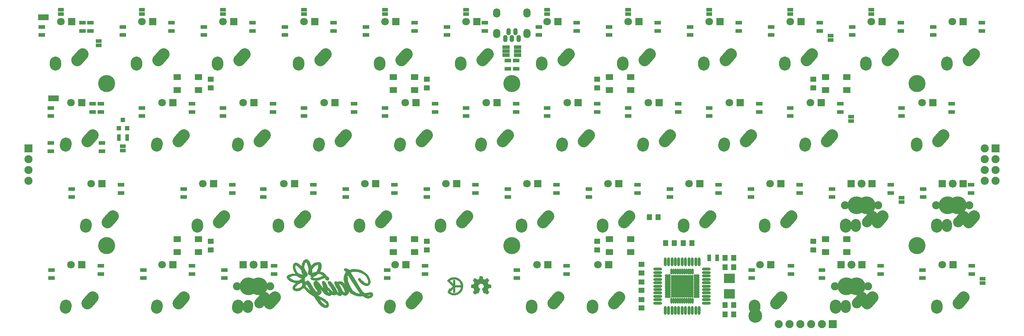
<source format=gbr>
G04 #@! TF.FileFunction,Soldermask,Bot*
%FSLAX46Y46*%
G04 Gerber Fmt 4.6, Leading zero omitted, Abs format (unit mm)*
G04 Created by KiCad (PCBNEW 4.0.2-stable) date 7/27/2017 7:50:37 PM*
%MOMM*%
G01*
G04 APERTURE LIST*
%ADD10C,0.100000*%
%ADD11C,0.010000*%
%ADD12R,1.800200X1.800200*%
%ADD13C,1.800200*%
%ADD14R,1.450000X1.200000*%
%ADD15C,4.000000*%
%ADD16R,2.600000X2.200000*%
%ADD17O,2.099920X0.606400*%
%ADD18O,0.606400X2.099920*%
%ADD19O,1.450000X0.480000*%
%ADD20O,0.480000X1.412000*%
%ADD21R,5.280000X5.280000*%
%ADD22O,1.957680X1.800200*%
%ADD23R,0.835000X1.470000*%
%ADD24R,1.470000X0.835000*%
%ADD25R,0.900000X1.500000*%
%ADD26R,1.800000X1.400000*%
%ADD27R,1.200000X1.450000*%
%ADD28R,1.900000X1.900000*%
%ADD29O,1.900000X1.900000*%
%ADD30C,1.900000*%
%ADD31C,2.700000*%
%ADD32C,2.800000*%
%ADD33C,2.577000*%
%ADD34C,2.400000*%
%ADD35C,2.400000*%
%ADD36C,1.901800*%
%ADD37C,4.187800*%
%ADD38C,2.350000*%
%ADD39C,3.248000*%
%ADD40O,1.100000X1.700000*%
%ADD41O,1.700000X2.200000*%
%ADD42R,1.760000X0.850000*%
%ADD43R,1.000100X1.000100*%
%ADD44R,1.500000X0.900000*%
G04 APERTURE END LIST*
D10*
D11*
G36*
X94540968Y-88919994D02*
X94763131Y-89004452D01*
X94947882Y-89136638D01*
X95101238Y-89306636D01*
X95229218Y-89504529D01*
X95337839Y-89720400D01*
X95433119Y-89944332D01*
X95607727Y-90376713D01*
X95636333Y-90436264D01*
X95679063Y-90438269D01*
X95732630Y-90397493D01*
X95793748Y-90328702D01*
X95925492Y-90166139D01*
X95989545Y-90101899D01*
X96048003Y-90068707D01*
X96220156Y-89924846D01*
X96409211Y-89811885D01*
X96611708Y-89727446D01*
X96824187Y-89669150D01*
X97043190Y-89634619D01*
X97265255Y-89621473D01*
X97486925Y-89627335D01*
X97704739Y-89649825D01*
X97798442Y-89716775D01*
X97875470Y-89793403D01*
X97937123Y-89878644D01*
X97984699Y-89971430D01*
X98042826Y-90175370D01*
X98060247Y-90396686D01*
X98047361Y-90626842D01*
X98014568Y-90857304D01*
X97930848Y-91284998D01*
X97911246Y-91388320D01*
X97867233Y-91494169D01*
X97768670Y-91692119D01*
X97745467Y-91773557D01*
X97760549Y-91836196D01*
X97829589Y-91874704D01*
X97968260Y-91883748D01*
X98161482Y-91932570D01*
X98345840Y-92005463D01*
X98520995Y-92099318D01*
X98686609Y-92211028D01*
X98987854Y-92475581D01*
X99246865Y-92774261D01*
X99228408Y-92849348D01*
X99196821Y-92913173D01*
X99132679Y-93001474D01*
X99119337Y-93023169D01*
X99131290Y-93028040D01*
X99269504Y-92981749D01*
X99414005Y-92986443D01*
X99534457Y-93020861D01*
X99631679Y-93079822D01*
X99706490Y-93158143D01*
X99759707Y-93250640D01*
X99792149Y-93352131D01*
X99804635Y-93457434D01*
X99797982Y-93561364D01*
X99773010Y-93658740D01*
X99730536Y-93744379D01*
X99671379Y-93813097D01*
X99596357Y-93859712D01*
X99506289Y-93879042D01*
X99401992Y-93865902D01*
X99284286Y-93815111D01*
X99153988Y-93721485D01*
X99073949Y-93664489D01*
X99018277Y-93582286D01*
X98983338Y-93485055D01*
X98965501Y-93382978D01*
X98966600Y-93205005D01*
X98992514Y-93129810D01*
X98609432Y-93341058D01*
X98202355Y-93533972D01*
X97777666Y-93696428D01*
X97341749Y-93816306D01*
X96900990Y-93881482D01*
X96680790Y-93889770D01*
X96461773Y-93879836D01*
X96244737Y-93850167D01*
X96030481Y-93799246D01*
X95819803Y-93725558D01*
X95613500Y-93627589D01*
X95560559Y-93579121D01*
X95526219Y-93526702D01*
X95506487Y-93416140D01*
X95540600Y-93308157D01*
X95614855Y-93215010D01*
X95715549Y-93148952D01*
X95828979Y-93122241D01*
X95941440Y-93147129D01*
X95993026Y-93182754D01*
X96039230Y-93235874D01*
X96349349Y-93315675D01*
X96667403Y-93346070D01*
X96988435Y-93332414D01*
X97307489Y-93280059D01*
X97619609Y-93194359D01*
X97919837Y-93080669D01*
X98203218Y-92944342D01*
X98464794Y-92790731D01*
X98295160Y-92632360D01*
X98098814Y-92501072D01*
X97884719Y-92403936D01*
X97661839Y-92348021D01*
X97439135Y-92340399D01*
X97225570Y-92388140D01*
X97125016Y-92434980D01*
X97030109Y-92498313D01*
X96941967Y-92579021D01*
X96861712Y-92677988D01*
X96548035Y-92847422D01*
X96214521Y-93006845D01*
X96043764Y-93056492D01*
X95872174Y-93072064D01*
X95701128Y-93043036D01*
X95531999Y-92958884D01*
X95496346Y-92912258D01*
X95479270Y-92858099D01*
X95481419Y-92741702D01*
X95499590Y-92638727D01*
X95494927Y-92578206D01*
X95797726Y-92240768D01*
X96068666Y-92080156D01*
X96358623Y-91962453D01*
X96658678Y-91879569D01*
X96959910Y-91823415D01*
X97074117Y-91633802D01*
X97156840Y-91432737D01*
X97214514Y-91222700D01*
X97253575Y-91006170D01*
X97301605Y-90563557D01*
X97352417Y-90124739D01*
X97242956Y-90128361D01*
X97198187Y-90129888D01*
X97008431Y-90186830D01*
X96825530Y-90263582D01*
X96651380Y-90359067D01*
X96487876Y-90472212D01*
X96336912Y-90601941D01*
X96200384Y-90747180D01*
X96080188Y-90906853D01*
X95978218Y-91079886D01*
X95884934Y-91196900D01*
X95839952Y-91331386D01*
X95829225Y-91478621D01*
X95838703Y-91633884D01*
X95862088Y-91949602D01*
X95847900Y-92100615D01*
X95797726Y-92240767D01*
X95494927Y-92578204D01*
X95451249Y-92578051D01*
X95350433Y-92636500D01*
X95242815Y-92616090D01*
X95152941Y-92579733D01*
X95079615Y-92529189D01*
X95021641Y-92466217D01*
X94946968Y-92310033D01*
X94919353Y-92125261D01*
X94929231Y-91925981D01*
X94967035Y-91726272D01*
X95023200Y-91540216D01*
X95088158Y-91381892D01*
X94990492Y-90882561D01*
X94847925Y-90377963D01*
X94758041Y-90133563D01*
X94654817Y-89899694D01*
X94537548Y-89680307D01*
X94405529Y-89479351D01*
X94237557Y-89823796D01*
X94102599Y-90199179D01*
X94019324Y-90593061D01*
X94002901Y-90793054D01*
X94006400Y-90993008D01*
X94053348Y-91171587D01*
X94131743Y-91336280D01*
X94343788Y-91642542D01*
X94564362Y-91948866D01*
X94653417Y-92113638D01*
X94715290Y-92292328D01*
X94776727Y-92432924D01*
X94784855Y-92575298D01*
X94748012Y-92710676D01*
X94674531Y-92830286D01*
X94572749Y-92925354D01*
X94451001Y-92987108D01*
X94317622Y-93006774D01*
X94180948Y-92975579D01*
X93915164Y-92687269D01*
X93912599Y-92660035D01*
X93883007Y-92606195D01*
X93779216Y-92439087D01*
X93645941Y-92389918D01*
X93559130Y-92299455D01*
X93506758Y-92177866D01*
X93476803Y-92035320D01*
X93436053Y-91728027D01*
X93401211Y-91583617D01*
X93340694Y-91458922D01*
X93041845Y-91114611D01*
X92722391Y-90780566D01*
X92374906Y-90482688D01*
X92188331Y-90355405D01*
X91991964Y-90246876D01*
X91989588Y-90256724D01*
X91914504Y-90476978D01*
X91882610Y-90703629D01*
X91890018Y-90932837D01*
X91932838Y-91160761D01*
X92007181Y-91383559D01*
X92109157Y-91597391D01*
X92234878Y-91798416D01*
X92380453Y-91982793D01*
X92432877Y-92072451D01*
X92494248Y-92147021D01*
X92639910Y-92258034D01*
X92809580Y-92330091D01*
X92995402Y-92377449D01*
X93384069Y-92455110D01*
X93571199Y-92513930D01*
X93743050Y-92605088D01*
X93866613Y-92676252D01*
X93915165Y-92687269D01*
X94180949Y-92975579D01*
X94221052Y-93054725D01*
X94223269Y-93131614D01*
X94197055Y-93205076D01*
X94151867Y-93273940D01*
X94042384Y-93393185D01*
X93970461Y-93479980D01*
X93525091Y-93504374D01*
X93201218Y-93364895D01*
X92896535Y-93189354D01*
X92323969Y-92802955D01*
X92043949Y-92776184D01*
X91766705Y-92770864D01*
X91591822Y-92765791D01*
X91418573Y-92781017D01*
X91079338Y-92860150D01*
X90753722Y-92983839D01*
X90446443Y-93127658D01*
X90669273Y-93354953D01*
X90924589Y-93547223D01*
X91205877Y-93703949D01*
X91506619Y-93824612D01*
X91820299Y-93908695D01*
X92140402Y-93955678D01*
X92460411Y-93965044D01*
X92773810Y-93936273D01*
X93173539Y-93683559D01*
X93525091Y-93504374D01*
X93970461Y-93479980D01*
X94054925Y-93529318D01*
X94106359Y-93598268D01*
X94130376Y-93680424D01*
X94132592Y-93769379D01*
X94094074Y-93942054D01*
X94035719Y-94065034D01*
X93645928Y-94331780D01*
X93293818Y-94427934D01*
X92941150Y-94515691D01*
X92773897Y-94576131D01*
X92617653Y-94658124D01*
X92476136Y-94769554D01*
X92353060Y-94918305D01*
X92169537Y-95107994D01*
X91947874Y-95338786D01*
X91867336Y-95457902D01*
X91830777Y-95573263D01*
X91834564Y-95628074D01*
X91856035Y-95680192D01*
X91897420Y-95729032D01*
X91960949Y-95774010D01*
X92195203Y-95804695D01*
X92436423Y-95794254D01*
X92676774Y-95745714D01*
X92908419Y-95662104D01*
X93123520Y-95546450D01*
X93314242Y-95401779D01*
X93472747Y-95231121D01*
X93591198Y-95037500D01*
X93541581Y-94861398D01*
X93543203Y-94678025D01*
X93582505Y-94497959D01*
X93645928Y-94331780D01*
X94035719Y-94065034D01*
X94102973Y-94073964D01*
X94167582Y-94101854D01*
X94284020Y-94192715D01*
X94431848Y-94362173D01*
X94478372Y-94558002D01*
X94479334Y-94566209D01*
X94491747Y-94686961D01*
X94461813Y-94803575D01*
X94348181Y-95024387D01*
X94301123Y-95128582D01*
X94284999Y-95228635D01*
X94318128Y-95324545D01*
X94418830Y-95416311D01*
X94716694Y-95731804D01*
X95052006Y-96047723D01*
X95636423Y-96559251D01*
X95075006Y-95540310D01*
X94784927Y-95038056D01*
X94477409Y-94549739D01*
X94478371Y-94558002D01*
X94431848Y-94362173D01*
X94431010Y-94216703D01*
X94477480Y-94097939D01*
X94559958Y-94009062D01*
X94667146Y-93953253D01*
X94787744Y-93933690D01*
X94910456Y-93953556D01*
X95023982Y-94016030D01*
X95117023Y-94124292D01*
X95338400Y-94378765D01*
X95535774Y-94650420D01*
X95886760Y-95224270D01*
X96226481Y-95803824D01*
X96409773Y-96082610D01*
X96611436Y-96347065D01*
X96749294Y-96464723D01*
X96926512Y-96577719D01*
X97100365Y-96652446D01*
X97172678Y-96664957D01*
X97228128Y-96655298D01*
X97091368Y-96384305D01*
X96929045Y-96120154D01*
X96585889Y-95595770D01*
X96434146Y-95327236D01*
X96315019Y-95048938D01*
X96243054Y-94756725D01*
X96229303Y-94604104D01*
X96232796Y-94446448D01*
X96285653Y-94297203D01*
X96374123Y-94168466D01*
X96489516Y-94066159D01*
X96623139Y-93996203D01*
X96766301Y-93964518D01*
X96910309Y-93977027D01*
X97046472Y-94039649D01*
X97166097Y-94158307D01*
X97353177Y-94348305D01*
X97533515Y-94557852D01*
X97874516Y-95004204D01*
X98190198Y-95434576D01*
X98481661Y-95786179D01*
X98490807Y-95602322D01*
X98477078Y-95424143D01*
X98400480Y-95079693D01*
X98290839Y-94742588D01*
X98187125Y-94402584D01*
X98193905Y-94249090D01*
X98252386Y-94136729D01*
X98348886Y-94064461D01*
X98469723Y-94031244D01*
X98601214Y-94036036D01*
X98729676Y-94077795D01*
X98841427Y-94155481D01*
X98922785Y-94268051D01*
X99038543Y-94453027D01*
X99136222Y-94648469D01*
X99311686Y-95049616D01*
X99406641Y-95244751D01*
X99517860Y-95429212D01*
X99653928Y-95597715D01*
X99823429Y-95744976D01*
X100298413Y-96243461D01*
X100561336Y-96466336D01*
X100705810Y-96560418D01*
X100861493Y-96638828D01*
X100575361Y-96091189D01*
X100254898Y-95564462D01*
X99591887Y-94523874D01*
X99560035Y-94436685D01*
X99549004Y-94358119D01*
X99556539Y-94288383D01*
X99580382Y-94227686D01*
X99667969Y-94134248D01*
X99793715Y-94079473D01*
X99939567Y-94065035D01*
X100087474Y-94092603D01*
X100219384Y-94163850D01*
X100317247Y-94280446D01*
X100547606Y-94533660D01*
X100761123Y-94799447D01*
X100959678Y-95075941D01*
X101145147Y-95361276D01*
X101484338Y-95951005D01*
X101793719Y-96553704D01*
X101930077Y-96686075D01*
X102078950Y-96761386D01*
X102130940Y-96760284D01*
X102153493Y-96724084D01*
X102135751Y-96645842D01*
X102066861Y-96518613D01*
X101821754Y-95996829D01*
X101548073Y-95484760D01*
X101296074Y-94964785D01*
X101193911Y-94696325D01*
X101116015Y-94419281D01*
X101142347Y-94294659D01*
X101205790Y-94205883D01*
X101296743Y-94150048D01*
X101405605Y-94124249D01*
X101522776Y-94125579D01*
X101638655Y-94151135D01*
X101743640Y-94198009D01*
X101828131Y-94263297D01*
X101831130Y-94262108D01*
X102164379Y-94775113D01*
X102218599Y-94893009D01*
X102313187Y-95027017D01*
X102407019Y-95157777D01*
X102458972Y-95265931D01*
X102577251Y-95476940D01*
X102683871Y-95702309D01*
X102899487Y-96156736D01*
X103027159Y-96366098D01*
X103180524Y-96550429D01*
X103368920Y-96699880D01*
X103479173Y-96758448D01*
X103601685Y-96804604D01*
X103549614Y-96494437D01*
X103466424Y-96184230D01*
X103352795Y-95879990D01*
X103209405Y-95587728D01*
X103036935Y-95313452D01*
X102836063Y-95063172D01*
X102607469Y-94842896D01*
X102351832Y-94658634D01*
X102244862Y-94670859D01*
X102200161Y-94685958D01*
X102173555Y-94709162D01*
X102164379Y-94775113D01*
X101831130Y-94262108D01*
X101987587Y-94200364D01*
X102158101Y-94156603D01*
X102336873Y-94133726D01*
X102518104Y-94134631D01*
X102695993Y-94162217D01*
X102864742Y-94219383D01*
X103018550Y-94309029D01*
X103151618Y-94434053D01*
X103269096Y-94530943D01*
X103396624Y-94666816D01*
X103502408Y-94773369D01*
X103537210Y-94794307D01*
X103554653Y-94782301D01*
X103450466Y-94425057D01*
X103372988Y-94053446D01*
X103328301Y-93674251D01*
X103322488Y-93294254D01*
X103361631Y-92920238D01*
X103451814Y-92558988D01*
X103599118Y-92217286D01*
X103696091Y-92055885D01*
X103809626Y-91901916D01*
X103723844Y-91752745D01*
X103625259Y-91630519D01*
X103512226Y-91528588D01*
X103383104Y-91440302D01*
X103377125Y-91350252D01*
X103387963Y-91273279D01*
X103413760Y-91208838D01*
X103452658Y-91156381D01*
X103562331Y-91085236D01*
X103702120Y-91055470D01*
X103857165Y-91062711D01*
X104012607Y-91102588D01*
X104153586Y-91170726D01*
X104265240Y-91262754D01*
X104395772Y-91348223D01*
X104537088Y-91390186D01*
X104686736Y-91398183D01*
X104842262Y-91381752D01*
X105161129Y-91313760D01*
X105474060Y-91262522D01*
X105772011Y-91244540D01*
X106071364Y-91248766D01*
X106370315Y-91274827D01*
X106667055Y-91322350D01*
X106959780Y-91390961D01*
X107246683Y-91480288D01*
X107525957Y-91589956D01*
X107795797Y-91719592D01*
X108054396Y-91868823D01*
X108299947Y-92037276D01*
X108530645Y-92224577D01*
X108744683Y-92430352D01*
X108940255Y-92654229D01*
X109115555Y-92895834D01*
X109268776Y-93154794D01*
X109398113Y-93430735D01*
X109467218Y-93648550D01*
X109521583Y-93884044D01*
X109552399Y-94126841D01*
X109550858Y-94366569D01*
X109508150Y-94592853D01*
X109415467Y-94795319D01*
X109347632Y-94884378D01*
X109264000Y-94963593D01*
X109163470Y-95031667D01*
X109044941Y-95087302D01*
X108861447Y-95102277D01*
X108679468Y-95098550D01*
X108499764Y-95077139D01*
X108323093Y-95039061D01*
X107981882Y-94916974D01*
X107661902Y-94740425D01*
X107369222Y-94517553D01*
X107109909Y-94256495D01*
X106890029Y-93965389D01*
X106715651Y-93652373D01*
X106717648Y-93517862D01*
X106766176Y-93422400D01*
X106848433Y-93364670D01*
X106951617Y-93343354D01*
X107062925Y-93357135D01*
X107169555Y-93404696D01*
X107258704Y-93484719D01*
X107317570Y-93595888D01*
X107648920Y-93960462D01*
X107832404Y-94138950D01*
X108028067Y-94300885D01*
X108236140Y-94435755D01*
X108456853Y-94533044D01*
X108690437Y-94582239D01*
X108937122Y-94572826D01*
X109026206Y-94407180D01*
X109065146Y-94229875D01*
X109062280Y-94045113D01*
X109025948Y-93857097D01*
X108964492Y-93670027D01*
X108886249Y-93488106D01*
X108712767Y-93156518D01*
X108549523Y-92948648D01*
X108368132Y-92755665D01*
X108170399Y-92578175D01*
X107958131Y-92416783D01*
X107733131Y-92272093D01*
X107497205Y-92144712D01*
X107252159Y-92035245D01*
X106999797Y-91944297D01*
X106741925Y-91872472D01*
X106480348Y-91820377D01*
X106216872Y-91788617D01*
X105953300Y-91777796D01*
X105691439Y-91788521D01*
X105433094Y-91821396D01*
X105180070Y-91877026D01*
X104934172Y-91956018D01*
X105450956Y-92844784D01*
X105987668Y-93721856D01*
X106527178Y-94596052D01*
X107052352Y-95476187D01*
X107303849Y-95856474D01*
X107554796Y-96249963D01*
X107690383Y-96436448D01*
X107838218Y-96607981D01*
X108002428Y-96758478D01*
X108187142Y-96881855D01*
X108698844Y-97409970D01*
X108810348Y-97472674D01*
X108946953Y-97512839D01*
X109096842Y-97529425D01*
X109248197Y-97521388D01*
X109389201Y-97487687D01*
X109508034Y-97427280D01*
X109592879Y-97339124D01*
X109631919Y-97222178D01*
X109576509Y-97221274D01*
X109517704Y-97222801D01*
X109088354Y-97311337D01*
X108698844Y-97409971D01*
X108187142Y-96881855D01*
X108506054Y-96864523D01*
X108823479Y-96814692D01*
X109467615Y-96696384D01*
X109630223Y-96667148D01*
X109780722Y-96685813D01*
X109913561Y-96745263D01*
X110023190Y-96838383D01*
X110104059Y-96958059D01*
X110150618Y-97097176D01*
X110157317Y-97248619D01*
X110118605Y-97405273D01*
X110068906Y-97528897D01*
X110003663Y-97638541D01*
X109924500Y-97734586D01*
X109833043Y-97817414D01*
X109619743Y-97944937D01*
X109376760Y-98024157D01*
X109117089Y-98058117D01*
X108853727Y-98049864D01*
X108599671Y-98002444D01*
X108367916Y-97918900D01*
X108207688Y-97791177D01*
X108039591Y-97672416D01*
X107305175Y-97042707D01*
X106882334Y-96573920D01*
X106497189Y-96080551D01*
X106140826Y-95568320D01*
X105804331Y-95042946D01*
X105155282Y-93975646D01*
X104824901Y-93445160D01*
X104478728Y-92924410D01*
X104353136Y-92709320D01*
X104223358Y-92503434D01*
X104191299Y-92738643D01*
X104176446Y-92973514D01*
X104194525Y-93440925D01*
X104269931Y-93903031D01*
X104394997Y-94357199D01*
X104562058Y-94800792D01*
X104763448Y-95231175D01*
X104991503Y-95645713D01*
X105238556Y-96041771D01*
X105431722Y-96268451D01*
X105652891Y-96466140D01*
X105897371Y-96634825D01*
X106160469Y-96774492D01*
X106437491Y-96885127D01*
X106723745Y-96966717D01*
X107014538Y-97019248D01*
X107305175Y-97042707D01*
X108039591Y-97672416D01*
X107901939Y-97600861D01*
X107757021Y-97559986D01*
X107603685Y-97561064D01*
X107440784Y-97615365D01*
X106889837Y-97593223D01*
X106612827Y-97557455D01*
X106338352Y-97503605D01*
X106069082Y-97430460D01*
X105807688Y-97336806D01*
X105556840Y-97221430D01*
X105319208Y-97083118D01*
X104860053Y-96772834D01*
X104644787Y-96595995D01*
X104461013Y-96392396D01*
X104481415Y-96524052D01*
X104478453Y-96652548D01*
X104454224Y-96776293D01*
X104410828Y-96893698D01*
X104350363Y-97003171D01*
X104274928Y-97103122D01*
X104186621Y-97191960D01*
X104087542Y-97268096D01*
X103979788Y-97329939D01*
X103865459Y-97375898D01*
X103746652Y-97404382D01*
X103625468Y-97413802D01*
X103504003Y-97402567D01*
X103384358Y-97369087D01*
X103268631Y-97311770D01*
X103158919Y-97229027D01*
X103042183Y-97147664D01*
X102940590Y-97123395D01*
X102894468Y-97135778D01*
X102850926Y-97166163D01*
X102769978Y-97285908D01*
X102697067Y-97355455D01*
X102621163Y-97405655D01*
X102462283Y-97455509D01*
X102297153Y-97450473D01*
X102129591Y-97405548D01*
X101802436Y-97256035D01*
X101650476Y-97181450D01*
X101511352Y-97126981D01*
X101390471Y-97219449D01*
X101258352Y-97271183D01*
X101119040Y-97289349D01*
X100976576Y-97281111D01*
X100698370Y-97214086D01*
X100456082Y-97127433D01*
X100455743Y-97127885D01*
X99732194Y-96419505D01*
X99528756Y-96218449D01*
X99426662Y-96114510D01*
X99342064Y-96001132D01*
X99416080Y-96238970D01*
X99512964Y-96493874D01*
X99573699Y-96608893D01*
X99644612Y-96705579D01*
X99727190Y-96776400D01*
X99822921Y-96813823D01*
X99846970Y-96698842D01*
X99834938Y-96596733D01*
X99794215Y-96504590D01*
X99732194Y-96419505D01*
X100455743Y-97127885D01*
X100389971Y-97223055D01*
X100315534Y-97300015D01*
X100233496Y-97359965D01*
X100144920Y-97404105D01*
X99952402Y-97449757D01*
X99746485Y-97446570D01*
X99535672Y-97404145D01*
X99328468Y-97332083D01*
X99133374Y-97239985D01*
X98958896Y-97137450D01*
X98682956Y-96903907D01*
X98434699Y-96644302D01*
X98207380Y-96365076D01*
X97994254Y-96072673D01*
X97583601Y-95474104D01*
X97372583Y-95180822D01*
X97148778Y-94900131D01*
X97267608Y-95117151D01*
X97402284Y-95330108D01*
X97682335Y-95754767D01*
X97809290Y-95971937D01*
X97915251Y-96195978D01*
X97991007Y-96429625D01*
X98027349Y-96675611D01*
X97989980Y-96836755D01*
X97911885Y-96977219D01*
X97801318Y-97094534D01*
X97666536Y-97186230D01*
X97515793Y-97249837D01*
X97357345Y-97282884D01*
X97199447Y-97282902D01*
X97050355Y-97247420D01*
X97617465Y-98238288D01*
X97913796Y-98696231D01*
X98073132Y-98931622D01*
X98245295Y-99156217D01*
X98434318Y-99358707D01*
X98644236Y-99527785D01*
X98879083Y-99652144D01*
X99007116Y-99694021D01*
X99142894Y-99720477D01*
X99201230Y-99589769D01*
X99201202Y-99458688D01*
X99154132Y-99329983D01*
X99071341Y-99206406D01*
X98964151Y-99090710D01*
X98843884Y-98985645D01*
X98609402Y-98818418D01*
X98106266Y-98508343D01*
X97617465Y-98238288D01*
X97050353Y-97247427D01*
X97157188Y-97378659D01*
X97287148Y-97483534D01*
X97434156Y-97569335D01*
X97592131Y-97643348D01*
X97916673Y-97785156D01*
X98071080Y-97867521D01*
X98212140Y-97967240D01*
X98740083Y-98274051D01*
X99006599Y-98452007D01*
X99254700Y-98650570D01*
X99469302Y-98872919D01*
X99635323Y-99122233D01*
X99695402Y-99257996D01*
X99737678Y-99401693D01*
X99760268Y-99553721D01*
X99761284Y-99714477D01*
X99722538Y-99882079D01*
X99645836Y-100023355D01*
X99537915Y-100137012D01*
X99405510Y-100221753D01*
X99255359Y-100276282D01*
X99094196Y-100299305D01*
X98928758Y-100289526D01*
X98765782Y-100245649D01*
X98444931Y-100122704D01*
X98149374Y-99952735D01*
X97876856Y-99743625D01*
X97625118Y-99503262D01*
X97391905Y-99239530D01*
X97174957Y-98960313D01*
X96780834Y-98386971D01*
X96585857Y-98067747D01*
X96364719Y-97773105D01*
X96238888Y-97641311D01*
X96099976Y-97523234D01*
X95945800Y-97421397D01*
X95774182Y-97338323D01*
X95512449Y-97157729D01*
X95260406Y-96963411D01*
X94782179Y-96541232D01*
X94333091Y-96087044D01*
X93906731Y-95616103D01*
X93668151Y-95814768D01*
X93403910Y-95995049D01*
X93119737Y-96148137D01*
X92821364Y-96265221D01*
X92514520Y-96337491D01*
X92204937Y-96356135D01*
X92050910Y-96342595D01*
X91898346Y-96312344D01*
X91747962Y-96264282D01*
X91600476Y-96197308D01*
X91498995Y-96127097D01*
X91419709Y-96047237D01*
X91361170Y-95959155D01*
X91321927Y-95864276D01*
X91300531Y-95764029D01*
X91295532Y-95659841D01*
X91328929Y-95445347D01*
X91410522Y-95232212D01*
X91528714Y-95031852D01*
X91671908Y-94855682D01*
X91828509Y-94715119D01*
X91930922Y-94613277D01*
X92003806Y-94526880D01*
X92012834Y-94492035D01*
X91994871Y-94464125D01*
X91943381Y-94444173D01*
X91851827Y-94433205D01*
X91565607Y-94370884D01*
X91271896Y-94286617D01*
X90980644Y-94177391D01*
X90701800Y-94040193D01*
X90445313Y-93872011D01*
X90221135Y-93669831D01*
X90039213Y-93430642D01*
X89967207Y-93296227D01*
X89909497Y-93151430D01*
X89916358Y-93048801D01*
X89940005Y-92958172D01*
X89978714Y-92878479D01*
X90030763Y-92808659D01*
X90167981Y-92694385D01*
X90337867Y-92606848D01*
X90720484Y-92477962D01*
X90905631Y-92419604D01*
X91068285Y-92353964D01*
X91294521Y-92314902D01*
X91544635Y-92308842D01*
X91773316Y-92302393D01*
X91865459Y-92288587D01*
X91935253Y-92262162D01*
X91756494Y-92018544D01*
X91609886Y-91753036D01*
X91498176Y-91470922D01*
X91424110Y-91177486D01*
X91390435Y-90878012D01*
X91399896Y-90577785D01*
X91455241Y-90282088D01*
X91559216Y-89996205D01*
X91628428Y-89902821D01*
X91705850Y-89831862D01*
X91790328Y-89781599D01*
X91880705Y-89750307D01*
X92074538Y-89737727D01*
X92278104Y-89780307D01*
X92482161Y-89864232D01*
X92677465Y-89975688D01*
X92854773Y-90100861D01*
X93004842Y-90225936D01*
X93069548Y-90267427D01*
X93141656Y-90333649D01*
X93287349Y-90478039D01*
X93350567Y-90525082D01*
X93400456Y-90534609D01*
X93431833Y-90491057D01*
X93439514Y-90378864D01*
X93512256Y-90012316D01*
X93623176Y-89657665D01*
X93701309Y-89492964D01*
X93799013Y-89341033D01*
X93919632Y-89205138D01*
X94066507Y-89088543D01*
X94169720Y-89014600D01*
X94288224Y-88963971D01*
X94414484Y-88933490D01*
X94540968Y-88919994D01*
X94540968Y-88919994D01*
X94540968Y-88919994D01*
G37*
X94540968Y-88919994D02*
X94763131Y-89004452D01*
X94947882Y-89136638D01*
X95101238Y-89306636D01*
X95229218Y-89504529D01*
X95337839Y-89720400D01*
X95433119Y-89944332D01*
X95607727Y-90376713D01*
X95636333Y-90436264D01*
X95679063Y-90438269D01*
X95732630Y-90397493D01*
X95793748Y-90328702D01*
X95925492Y-90166139D01*
X95989545Y-90101899D01*
X96048003Y-90068707D01*
X96220156Y-89924846D01*
X96409211Y-89811885D01*
X96611708Y-89727446D01*
X96824187Y-89669150D01*
X97043190Y-89634619D01*
X97265255Y-89621473D01*
X97486925Y-89627335D01*
X97704739Y-89649825D01*
X97798442Y-89716775D01*
X97875470Y-89793403D01*
X97937123Y-89878644D01*
X97984699Y-89971430D01*
X98042826Y-90175370D01*
X98060247Y-90396686D01*
X98047361Y-90626842D01*
X98014568Y-90857304D01*
X97930848Y-91284998D01*
X97911246Y-91388320D01*
X97867233Y-91494169D01*
X97768670Y-91692119D01*
X97745467Y-91773557D01*
X97760549Y-91836196D01*
X97829589Y-91874704D01*
X97968260Y-91883748D01*
X98161482Y-91932570D01*
X98345840Y-92005463D01*
X98520995Y-92099318D01*
X98686609Y-92211028D01*
X98987854Y-92475581D01*
X99246865Y-92774261D01*
X99228408Y-92849348D01*
X99196821Y-92913173D01*
X99132679Y-93001474D01*
X99119337Y-93023169D01*
X99131290Y-93028040D01*
X99269504Y-92981749D01*
X99414005Y-92986443D01*
X99534457Y-93020861D01*
X99631679Y-93079822D01*
X99706490Y-93158143D01*
X99759707Y-93250640D01*
X99792149Y-93352131D01*
X99804635Y-93457434D01*
X99797982Y-93561364D01*
X99773010Y-93658740D01*
X99730536Y-93744379D01*
X99671379Y-93813097D01*
X99596357Y-93859712D01*
X99506289Y-93879042D01*
X99401992Y-93865902D01*
X99284286Y-93815111D01*
X99153988Y-93721485D01*
X99073949Y-93664489D01*
X99018277Y-93582286D01*
X98983338Y-93485055D01*
X98965501Y-93382978D01*
X98966600Y-93205005D01*
X98992514Y-93129810D01*
X98609432Y-93341058D01*
X98202355Y-93533972D01*
X97777666Y-93696428D01*
X97341749Y-93816306D01*
X96900990Y-93881482D01*
X96680790Y-93889770D01*
X96461773Y-93879836D01*
X96244737Y-93850167D01*
X96030481Y-93799246D01*
X95819803Y-93725558D01*
X95613500Y-93627589D01*
X95560559Y-93579121D01*
X95526219Y-93526702D01*
X95506487Y-93416140D01*
X95540600Y-93308157D01*
X95614855Y-93215010D01*
X95715549Y-93148952D01*
X95828979Y-93122241D01*
X95941440Y-93147129D01*
X95993026Y-93182754D01*
X96039230Y-93235874D01*
X96349349Y-93315675D01*
X96667403Y-93346070D01*
X96988435Y-93332414D01*
X97307489Y-93280059D01*
X97619609Y-93194359D01*
X97919837Y-93080669D01*
X98203218Y-92944342D01*
X98464794Y-92790731D01*
X98295160Y-92632360D01*
X98098814Y-92501072D01*
X97884719Y-92403936D01*
X97661839Y-92348021D01*
X97439135Y-92340399D01*
X97225570Y-92388140D01*
X97125016Y-92434980D01*
X97030109Y-92498313D01*
X96941967Y-92579021D01*
X96861712Y-92677988D01*
X96548035Y-92847422D01*
X96214521Y-93006845D01*
X96043764Y-93056492D01*
X95872174Y-93072064D01*
X95701128Y-93043036D01*
X95531999Y-92958884D01*
X95496346Y-92912258D01*
X95479270Y-92858099D01*
X95481419Y-92741702D01*
X95499590Y-92638727D01*
X95494927Y-92578206D01*
X95797726Y-92240768D01*
X96068666Y-92080156D01*
X96358623Y-91962453D01*
X96658678Y-91879569D01*
X96959910Y-91823415D01*
X97074117Y-91633802D01*
X97156840Y-91432737D01*
X97214514Y-91222700D01*
X97253575Y-91006170D01*
X97301605Y-90563557D01*
X97352417Y-90124739D01*
X97242956Y-90128361D01*
X97198187Y-90129888D01*
X97008431Y-90186830D01*
X96825530Y-90263582D01*
X96651380Y-90359067D01*
X96487876Y-90472212D01*
X96336912Y-90601941D01*
X96200384Y-90747180D01*
X96080188Y-90906853D01*
X95978218Y-91079886D01*
X95884934Y-91196900D01*
X95839952Y-91331386D01*
X95829225Y-91478621D01*
X95838703Y-91633884D01*
X95862088Y-91949602D01*
X95847900Y-92100615D01*
X95797726Y-92240767D01*
X95494927Y-92578204D01*
X95451249Y-92578051D01*
X95350433Y-92636500D01*
X95242815Y-92616090D01*
X95152941Y-92579733D01*
X95079615Y-92529189D01*
X95021641Y-92466217D01*
X94946968Y-92310033D01*
X94919353Y-92125261D01*
X94929231Y-91925981D01*
X94967035Y-91726272D01*
X95023200Y-91540216D01*
X95088158Y-91381892D01*
X94990492Y-90882561D01*
X94847925Y-90377963D01*
X94758041Y-90133563D01*
X94654817Y-89899694D01*
X94537548Y-89680307D01*
X94405529Y-89479351D01*
X94237557Y-89823796D01*
X94102599Y-90199179D01*
X94019324Y-90593061D01*
X94002901Y-90793054D01*
X94006400Y-90993008D01*
X94053348Y-91171587D01*
X94131743Y-91336280D01*
X94343788Y-91642542D01*
X94564362Y-91948866D01*
X94653417Y-92113638D01*
X94715290Y-92292328D01*
X94776727Y-92432924D01*
X94784855Y-92575298D01*
X94748012Y-92710676D01*
X94674531Y-92830286D01*
X94572749Y-92925354D01*
X94451001Y-92987108D01*
X94317622Y-93006774D01*
X94180948Y-92975579D01*
X93915164Y-92687269D01*
X93912599Y-92660035D01*
X93883007Y-92606195D01*
X93779216Y-92439087D01*
X93645941Y-92389918D01*
X93559130Y-92299455D01*
X93506758Y-92177866D01*
X93476803Y-92035320D01*
X93436053Y-91728027D01*
X93401211Y-91583617D01*
X93340694Y-91458922D01*
X93041845Y-91114611D01*
X92722391Y-90780566D01*
X92374906Y-90482688D01*
X92188331Y-90355405D01*
X91991964Y-90246876D01*
X91989588Y-90256724D01*
X91914504Y-90476978D01*
X91882610Y-90703629D01*
X91890018Y-90932837D01*
X91932838Y-91160761D01*
X92007181Y-91383559D01*
X92109157Y-91597391D01*
X92234878Y-91798416D01*
X92380453Y-91982793D01*
X92432877Y-92072451D01*
X92494248Y-92147021D01*
X92639910Y-92258034D01*
X92809580Y-92330091D01*
X92995402Y-92377449D01*
X93384069Y-92455110D01*
X93571199Y-92513930D01*
X93743050Y-92605088D01*
X93866613Y-92676252D01*
X93915165Y-92687269D01*
X94180949Y-92975579D01*
X94221052Y-93054725D01*
X94223269Y-93131614D01*
X94197055Y-93205076D01*
X94151867Y-93273940D01*
X94042384Y-93393185D01*
X93970461Y-93479980D01*
X93525091Y-93504374D01*
X93201218Y-93364895D01*
X92896535Y-93189354D01*
X92323969Y-92802955D01*
X92043949Y-92776184D01*
X91766705Y-92770864D01*
X91591822Y-92765791D01*
X91418573Y-92781017D01*
X91079338Y-92860150D01*
X90753722Y-92983839D01*
X90446443Y-93127658D01*
X90669273Y-93354953D01*
X90924589Y-93547223D01*
X91205877Y-93703949D01*
X91506619Y-93824612D01*
X91820299Y-93908695D01*
X92140402Y-93955678D01*
X92460411Y-93965044D01*
X92773810Y-93936273D01*
X93173539Y-93683559D01*
X93525091Y-93504374D01*
X93970461Y-93479980D01*
X94054925Y-93529318D01*
X94106359Y-93598268D01*
X94130376Y-93680424D01*
X94132592Y-93769379D01*
X94094074Y-93942054D01*
X94035719Y-94065034D01*
X93645928Y-94331780D01*
X93293818Y-94427934D01*
X92941150Y-94515691D01*
X92773897Y-94576131D01*
X92617653Y-94658124D01*
X92476136Y-94769554D01*
X92353060Y-94918305D01*
X92169537Y-95107994D01*
X91947874Y-95338786D01*
X91867336Y-95457902D01*
X91830777Y-95573263D01*
X91834564Y-95628074D01*
X91856035Y-95680192D01*
X91897420Y-95729032D01*
X91960949Y-95774010D01*
X92195203Y-95804695D01*
X92436423Y-95794254D01*
X92676774Y-95745714D01*
X92908419Y-95662104D01*
X93123520Y-95546450D01*
X93314242Y-95401779D01*
X93472747Y-95231121D01*
X93591198Y-95037500D01*
X93541581Y-94861398D01*
X93543203Y-94678025D01*
X93582505Y-94497959D01*
X93645928Y-94331780D01*
X94035719Y-94065034D01*
X94102973Y-94073964D01*
X94167582Y-94101854D01*
X94284020Y-94192715D01*
X94431848Y-94362173D01*
X94478372Y-94558002D01*
X94479334Y-94566209D01*
X94491747Y-94686961D01*
X94461813Y-94803575D01*
X94348181Y-95024387D01*
X94301123Y-95128582D01*
X94284999Y-95228635D01*
X94318128Y-95324545D01*
X94418830Y-95416311D01*
X94716694Y-95731804D01*
X95052006Y-96047723D01*
X95636423Y-96559251D01*
X95075006Y-95540310D01*
X94784927Y-95038056D01*
X94477409Y-94549739D01*
X94478371Y-94558002D01*
X94431848Y-94362173D01*
X94431010Y-94216703D01*
X94477480Y-94097939D01*
X94559958Y-94009062D01*
X94667146Y-93953253D01*
X94787744Y-93933690D01*
X94910456Y-93953556D01*
X95023982Y-94016030D01*
X95117023Y-94124292D01*
X95338400Y-94378765D01*
X95535774Y-94650420D01*
X95886760Y-95224270D01*
X96226481Y-95803824D01*
X96409773Y-96082610D01*
X96611436Y-96347065D01*
X96749294Y-96464723D01*
X96926512Y-96577719D01*
X97100365Y-96652446D01*
X97172678Y-96664957D01*
X97228128Y-96655298D01*
X97091368Y-96384305D01*
X96929045Y-96120154D01*
X96585889Y-95595770D01*
X96434146Y-95327236D01*
X96315019Y-95048938D01*
X96243054Y-94756725D01*
X96229303Y-94604104D01*
X96232796Y-94446448D01*
X96285653Y-94297203D01*
X96374123Y-94168466D01*
X96489516Y-94066159D01*
X96623139Y-93996203D01*
X96766301Y-93964518D01*
X96910309Y-93977027D01*
X97046472Y-94039649D01*
X97166097Y-94158307D01*
X97353177Y-94348305D01*
X97533515Y-94557852D01*
X97874516Y-95004204D01*
X98190198Y-95434576D01*
X98481661Y-95786179D01*
X98490807Y-95602322D01*
X98477078Y-95424143D01*
X98400480Y-95079693D01*
X98290839Y-94742588D01*
X98187125Y-94402584D01*
X98193905Y-94249090D01*
X98252386Y-94136729D01*
X98348886Y-94064461D01*
X98469723Y-94031244D01*
X98601214Y-94036036D01*
X98729676Y-94077795D01*
X98841427Y-94155481D01*
X98922785Y-94268051D01*
X99038543Y-94453027D01*
X99136222Y-94648469D01*
X99311686Y-95049616D01*
X99406641Y-95244751D01*
X99517860Y-95429212D01*
X99653928Y-95597715D01*
X99823429Y-95744976D01*
X100298413Y-96243461D01*
X100561336Y-96466336D01*
X100705810Y-96560418D01*
X100861493Y-96638828D01*
X100575361Y-96091189D01*
X100254898Y-95564462D01*
X99591887Y-94523874D01*
X99560035Y-94436685D01*
X99549004Y-94358119D01*
X99556539Y-94288383D01*
X99580382Y-94227686D01*
X99667969Y-94134248D01*
X99793715Y-94079473D01*
X99939567Y-94065035D01*
X100087474Y-94092603D01*
X100219384Y-94163850D01*
X100317247Y-94280446D01*
X100547606Y-94533660D01*
X100761123Y-94799447D01*
X100959678Y-95075941D01*
X101145147Y-95361276D01*
X101484338Y-95951005D01*
X101793719Y-96553704D01*
X101930077Y-96686075D01*
X102078950Y-96761386D01*
X102130940Y-96760284D01*
X102153493Y-96724084D01*
X102135751Y-96645842D01*
X102066861Y-96518613D01*
X101821754Y-95996829D01*
X101548073Y-95484760D01*
X101296074Y-94964785D01*
X101193911Y-94696325D01*
X101116015Y-94419281D01*
X101142347Y-94294659D01*
X101205790Y-94205883D01*
X101296743Y-94150048D01*
X101405605Y-94124249D01*
X101522776Y-94125579D01*
X101638655Y-94151135D01*
X101743640Y-94198009D01*
X101828131Y-94263297D01*
X101831130Y-94262108D01*
X102164379Y-94775113D01*
X102218599Y-94893009D01*
X102313187Y-95027017D01*
X102407019Y-95157777D01*
X102458972Y-95265931D01*
X102577251Y-95476940D01*
X102683871Y-95702309D01*
X102899487Y-96156736D01*
X103027159Y-96366098D01*
X103180524Y-96550429D01*
X103368920Y-96699880D01*
X103479173Y-96758448D01*
X103601685Y-96804604D01*
X103549614Y-96494437D01*
X103466424Y-96184230D01*
X103352795Y-95879990D01*
X103209405Y-95587728D01*
X103036935Y-95313452D01*
X102836063Y-95063172D01*
X102607469Y-94842896D01*
X102351832Y-94658634D01*
X102244862Y-94670859D01*
X102200161Y-94685958D01*
X102173555Y-94709162D01*
X102164379Y-94775113D01*
X101831130Y-94262108D01*
X101987587Y-94200364D01*
X102158101Y-94156603D01*
X102336873Y-94133726D01*
X102518104Y-94134631D01*
X102695993Y-94162217D01*
X102864742Y-94219383D01*
X103018550Y-94309029D01*
X103151618Y-94434053D01*
X103269096Y-94530943D01*
X103396624Y-94666816D01*
X103502408Y-94773369D01*
X103537210Y-94794307D01*
X103554653Y-94782301D01*
X103450466Y-94425057D01*
X103372988Y-94053446D01*
X103328301Y-93674251D01*
X103322488Y-93294254D01*
X103361631Y-92920238D01*
X103451814Y-92558988D01*
X103599118Y-92217286D01*
X103696091Y-92055885D01*
X103809626Y-91901916D01*
X103723844Y-91752745D01*
X103625259Y-91630519D01*
X103512226Y-91528588D01*
X103383104Y-91440302D01*
X103377125Y-91350252D01*
X103387963Y-91273279D01*
X103413760Y-91208838D01*
X103452658Y-91156381D01*
X103562331Y-91085236D01*
X103702120Y-91055470D01*
X103857165Y-91062711D01*
X104012607Y-91102588D01*
X104153586Y-91170726D01*
X104265240Y-91262754D01*
X104395772Y-91348223D01*
X104537088Y-91390186D01*
X104686736Y-91398183D01*
X104842262Y-91381752D01*
X105161129Y-91313760D01*
X105474060Y-91262522D01*
X105772011Y-91244540D01*
X106071364Y-91248766D01*
X106370315Y-91274827D01*
X106667055Y-91322350D01*
X106959780Y-91390961D01*
X107246683Y-91480288D01*
X107525957Y-91589956D01*
X107795797Y-91719592D01*
X108054396Y-91868823D01*
X108299947Y-92037276D01*
X108530645Y-92224577D01*
X108744683Y-92430352D01*
X108940255Y-92654229D01*
X109115555Y-92895834D01*
X109268776Y-93154794D01*
X109398113Y-93430735D01*
X109467218Y-93648550D01*
X109521583Y-93884044D01*
X109552399Y-94126841D01*
X109550858Y-94366569D01*
X109508150Y-94592853D01*
X109415467Y-94795319D01*
X109347632Y-94884378D01*
X109264000Y-94963593D01*
X109163470Y-95031667D01*
X109044941Y-95087302D01*
X108861447Y-95102277D01*
X108679468Y-95098550D01*
X108499764Y-95077139D01*
X108323093Y-95039061D01*
X107981882Y-94916974D01*
X107661902Y-94740425D01*
X107369222Y-94517553D01*
X107109909Y-94256495D01*
X106890029Y-93965389D01*
X106715651Y-93652373D01*
X106717648Y-93517862D01*
X106766176Y-93422400D01*
X106848433Y-93364670D01*
X106951617Y-93343354D01*
X107062925Y-93357135D01*
X107169555Y-93404696D01*
X107258704Y-93484719D01*
X107317570Y-93595888D01*
X107648920Y-93960462D01*
X107832404Y-94138950D01*
X108028067Y-94300885D01*
X108236140Y-94435755D01*
X108456853Y-94533044D01*
X108690437Y-94582239D01*
X108937122Y-94572826D01*
X109026206Y-94407180D01*
X109065146Y-94229875D01*
X109062280Y-94045113D01*
X109025948Y-93857097D01*
X108964492Y-93670027D01*
X108886249Y-93488106D01*
X108712767Y-93156518D01*
X108549523Y-92948648D01*
X108368132Y-92755665D01*
X108170399Y-92578175D01*
X107958131Y-92416783D01*
X107733131Y-92272093D01*
X107497205Y-92144712D01*
X107252159Y-92035245D01*
X106999797Y-91944297D01*
X106741925Y-91872472D01*
X106480348Y-91820377D01*
X106216872Y-91788617D01*
X105953300Y-91777796D01*
X105691439Y-91788521D01*
X105433094Y-91821396D01*
X105180070Y-91877026D01*
X104934172Y-91956018D01*
X105450956Y-92844784D01*
X105987668Y-93721856D01*
X106527178Y-94596052D01*
X107052352Y-95476187D01*
X107303849Y-95856474D01*
X107554796Y-96249963D01*
X107690383Y-96436448D01*
X107838218Y-96607981D01*
X108002428Y-96758478D01*
X108187142Y-96881855D01*
X108698844Y-97409970D01*
X108810348Y-97472674D01*
X108946953Y-97512839D01*
X109096842Y-97529425D01*
X109248197Y-97521388D01*
X109389201Y-97487687D01*
X109508034Y-97427280D01*
X109592879Y-97339124D01*
X109631919Y-97222178D01*
X109576509Y-97221274D01*
X109517704Y-97222801D01*
X109088354Y-97311337D01*
X108698844Y-97409971D01*
X108187142Y-96881855D01*
X108506054Y-96864523D01*
X108823479Y-96814692D01*
X109467615Y-96696384D01*
X109630223Y-96667148D01*
X109780722Y-96685813D01*
X109913561Y-96745263D01*
X110023190Y-96838383D01*
X110104059Y-96958059D01*
X110150618Y-97097176D01*
X110157317Y-97248619D01*
X110118605Y-97405273D01*
X110068906Y-97528897D01*
X110003663Y-97638541D01*
X109924500Y-97734586D01*
X109833043Y-97817414D01*
X109619743Y-97944937D01*
X109376760Y-98024157D01*
X109117089Y-98058117D01*
X108853727Y-98049864D01*
X108599671Y-98002444D01*
X108367916Y-97918900D01*
X108207688Y-97791177D01*
X108039591Y-97672416D01*
X107305175Y-97042707D01*
X106882334Y-96573920D01*
X106497189Y-96080551D01*
X106140826Y-95568320D01*
X105804331Y-95042946D01*
X105155282Y-93975646D01*
X104824901Y-93445160D01*
X104478728Y-92924410D01*
X104353136Y-92709320D01*
X104223358Y-92503434D01*
X104191299Y-92738643D01*
X104176446Y-92973514D01*
X104194525Y-93440925D01*
X104269931Y-93903031D01*
X104394997Y-94357199D01*
X104562058Y-94800792D01*
X104763448Y-95231175D01*
X104991503Y-95645713D01*
X105238556Y-96041771D01*
X105431722Y-96268451D01*
X105652891Y-96466140D01*
X105897371Y-96634825D01*
X106160469Y-96774492D01*
X106437491Y-96885127D01*
X106723745Y-96966717D01*
X107014538Y-97019248D01*
X107305175Y-97042707D01*
X108039591Y-97672416D01*
X107901939Y-97600861D01*
X107757021Y-97559986D01*
X107603685Y-97561064D01*
X107440784Y-97615365D01*
X106889837Y-97593223D01*
X106612827Y-97557455D01*
X106338352Y-97503605D01*
X106069082Y-97430460D01*
X105807688Y-97336806D01*
X105556840Y-97221430D01*
X105319208Y-97083118D01*
X104860053Y-96772834D01*
X104644787Y-96595995D01*
X104461013Y-96392396D01*
X104481415Y-96524052D01*
X104478453Y-96652548D01*
X104454224Y-96776293D01*
X104410828Y-96893698D01*
X104350363Y-97003171D01*
X104274928Y-97103122D01*
X104186621Y-97191960D01*
X104087542Y-97268096D01*
X103979788Y-97329939D01*
X103865459Y-97375898D01*
X103746652Y-97404382D01*
X103625468Y-97413802D01*
X103504003Y-97402567D01*
X103384358Y-97369087D01*
X103268631Y-97311770D01*
X103158919Y-97229027D01*
X103042183Y-97147664D01*
X102940590Y-97123395D01*
X102894468Y-97135778D01*
X102850926Y-97166163D01*
X102769978Y-97285908D01*
X102697067Y-97355455D01*
X102621163Y-97405655D01*
X102462283Y-97455509D01*
X102297153Y-97450473D01*
X102129591Y-97405548D01*
X101802436Y-97256035D01*
X101650476Y-97181450D01*
X101511352Y-97126981D01*
X101390471Y-97219449D01*
X101258352Y-97271183D01*
X101119040Y-97289349D01*
X100976576Y-97281111D01*
X100698370Y-97214086D01*
X100456082Y-97127433D01*
X100455743Y-97127885D01*
X99732194Y-96419505D01*
X99528756Y-96218449D01*
X99426662Y-96114510D01*
X99342064Y-96001132D01*
X99416080Y-96238970D01*
X99512964Y-96493874D01*
X99573699Y-96608893D01*
X99644612Y-96705579D01*
X99727190Y-96776400D01*
X99822921Y-96813823D01*
X99846970Y-96698842D01*
X99834938Y-96596733D01*
X99794215Y-96504590D01*
X99732194Y-96419505D01*
X100455743Y-97127885D01*
X100389971Y-97223055D01*
X100315534Y-97300015D01*
X100233496Y-97359965D01*
X100144920Y-97404105D01*
X99952402Y-97449757D01*
X99746485Y-97446570D01*
X99535672Y-97404145D01*
X99328468Y-97332083D01*
X99133374Y-97239985D01*
X98958896Y-97137450D01*
X98682956Y-96903907D01*
X98434699Y-96644302D01*
X98207380Y-96365076D01*
X97994254Y-96072673D01*
X97583601Y-95474104D01*
X97372583Y-95180822D01*
X97148778Y-94900131D01*
X97267608Y-95117151D01*
X97402284Y-95330108D01*
X97682335Y-95754767D01*
X97809290Y-95971937D01*
X97915251Y-96195978D01*
X97991007Y-96429625D01*
X98027349Y-96675611D01*
X97989980Y-96836755D01*
X97911885Y-96977219D01*
X97801318Y-97094534D01*
X97666536Y-97186230D01*
X97515793Y-97249837D01*
X97357345Y-97282884D01*
X97199447Y-97282902D01*
X97050355Y-97247420D01*
X97617465Y-98238288D01*
X97913796Y-98696231D01*
X98073132Y-98931622D01*
X98245295Y-99156217D01*
X98434318Y-99358707D01*
X98644236Y-99527785D01*
X98879083Y-99652144D01*
X99007116Y-99694021D01*
X99142894Y-99720477D01*
X99201230Y-99589769D01*
X99201202Y-99458688D01*
X99154132Y-99329983D01*
X99071341Y-99206406D01*
X98964151Y-99090710D01*
X98843884Y-98985645D01*
X98609402Y-98818418D01*
X98106266Y-98508343D01*
X97617465Y-98238288D01*
X97050353Y-97247427D01*
X97157188Y-97378659D01*
X97287148Y-97483534D01*
X97434156Y-97569335D01*
X97592131Y-97643348D01*
X97916673Y-97785156D01*
X98071080Y-97867521D01*
X98212140Y-97967240D01*
X98740083Y-98274051D01*
X99006599Y-98452007D01*
X99254700Y-98650570D01*
X99469302Y-98872919D01*
X99635323Y-99122233D01*
X99695402Y-99257996D01*
X99737678Y-99401693D01*
X99760268Y-99553721D01*
X99761284Y-99714477D01*
X99722538Y-99882079D01*
X99645836Y-100023355D01*
X99537915Y-100137012D01*
X99405510Y-100221753D01*
X99255359Y-100276282D01*
X99094196Y-100299305D01*
X98928758Y-100289526D01*
X98765782Y-100245649D01*
X98444931Y-100122704D01*
X98149374Y-99952735D01*
X97876856Y-99743625D01*
X97625118Y-99503262D01*
X97391905Y-99239530D01*
X97174957Y-98960313D01*
X96780834Y-98386971D01*
X96585857Y-98067747D01*
X96364719Y-97773105D01*
X96238888Y-97641311D01*
X96099976Y-97523234D01*
X95945800Y-97421397D01*
X95774182Y-97338323D01*
X95512449Y-97157729D01*
X95260406Y-96963411D01*
X94782179Y-96541232D01*
X94333091Y-96087044D01*
X93906731Y-95616103D01*
X93668151Y-95814768D01*
X93403910Y-95995049D01*
X93119737Y-96148137D01*
X92821364Y-96265221D01*
X92514520Y-96337491D01*
X92204937Y-96356135D01*
X92050910Y-96342595D01*
X91898346Y-96312344D01*
X91747962Y-96264282D01*
X91600476Y-96197308D01*
X91498995Y-96127097D01*
X91419709Y-96047237D01*
X91361170Y-95959155D01*
X91321927Y-95864276D01*
X91300531Y-95764029D01*
X91295532Y-95659841D01*
X91328929Y-95445347D01*
X91410522Y-95232212D01*
X91528714Y-95031852D01*
X91671908Y-94855682D01*
X91828509Y-94715119D01*
X91930922Y-94613277D01*
X92003806Y-94526880D01*
X92012834Y-94492035D01*
X91994871Y-94464125D01*
X91943381Y-94444173D01*
X91851827Y-94433205D01*
X91565607Y-94370884D01*
X91271896Y-94286617D01*
X90980644Y-94177391D01*
X90701800Y-94040193D01*
X90445313Y-93872011D01*
X90221135Y-93669831D01*
X90039213Y-93430642D01*
X89967207Y-93296227D01*
X89909497Y-93151430D01*
X89916358Y-93048801D01*
X89940005Y-92958172D01*
X89978714Y-92878479D01*
X90030763Y-92808659D01*
X90167981Y-92694385D01*
X90337867Y-92606848D01*
X90720484Y-92477962D01*
X90905631Y-92419604D01*
X91068285Y-92353964D01*
X91294521Y-92314902D01*
X91544635Y-92308842D01*
X91773316Y-92302393D01*
X91865459Y-92288587D01*
X91935253Y-92262162D01*
X91756494Y-92018544D01*
X91609886Y-91753036D01*
X91498176Y-91470922D01*
X91424110Y-91177486D01*
X91390435Y-90878012D01*
X91399896Y-90577785D01*
X91455241Y-90282088D01*
X91559216Y-89996205D01*
X91628428Y-89902821D01*
X91705850Y-89831862D01*
X91790328Y-89781599D01*
X91880705Y-89750307D01*
X92074538Y-89737727D01*
X92278104Y-89780307D01*
X92482161Y-89864232D01*
X92677465Y-89975688D01*
X92854773Y-90100861D01*
X93004842Y-90225936D01*
X93069548Y-90267427D01*
X93141656Y-90333649D01*
X93287349Y-90478039D01*
X93350567Y-90525082D01*
X93400456Y-90534609D01*
X93431833Y-90491057D01*
X93439514Y-90378864D01*
X93512256Y-90012316D01*
X93623176Y-89657665D01*
X93701309Y-89492964D01*
X93799013Y-89341033D01*
X93919632Y-89205138D01*
X94066507Y-89088543D01*
X94169720Y-89014600D01*
X94288224Y-88963971D01*
X94414484Y-88933490D01*
X94540968Y-88919994D01*
X94540968Y-88919994D01*
G36*
X129226674Y-93157213D02*
X129254766Y-93156823D01*
X129254831Y-93156823D01*
X129312774Y-93158353D01*
X129468380Y-93170561D01*
X129623647Y-93194570D01*
X129777929Y-93230523D01*
X129930580Y-93278567D01*
X130079129Y-93338086D01*
X130221252Y-93408002D01*
X130356561Y-93487783D01*
X130484668Y-93576897D01*
X130605185Y-93674812D01*
X130717722Y-93780996D01*
X130821893Y-93894918D01*
X130917309Y-94016045D01*
X131003581Y-94143846D01*
X131080322Y-94277789D01*
X131147143Y-94417342D01*
X131203655Y-94561972D01*
X131249472Y-94711148D01*
X131284204Y-94864339D01*
X131307463Y-95021011D01*
X131318861Y-95180634D01*
X131318067Y-95340661D01*
X131305242Y-95498530D01*
X131280740Y-95653683D01*
X131244911Y-95805565D01*
X131198108Y-95953619D01*
X131140684Y-96097289D01*
X131072989Y-96236019D01*
X130995377Y-96369252D01*
X130908200Y-96496432D01*
X130811809Y-96617002D01*
X130706556Y-96730408D01*
X130592795Y-96836091D01*
X130470876Y-96933496D01*
X130341152Y-97022066D01*
X130203975Y-97101246D01*
X130059698Y-97170478D01*
X129958385Y-97211269D01*
X129855861Y-97246381D01*
X129752330Y-97275885D01*
X129647995Y-97299854D01*
X129543059Y-97318359D01*
X129437724Y-97331473D01*
X129332195Y-97339268D01*
X129226674Y-97341816D01*
X129226674Y-96905309D01*
X129393467Y-96897442D01*
X129559772Y-96872456D01*
X129724338Y-96830009D01*
X129885918Y-96769762D01*
X129984971Y-96722844D01*
X130079742Y-96670019D01*
X130170068Y-96611571D01*
X130255783Y-96547781D01*
X130336723Y-96478932D01*
X130412724Y-96405305D01*
X130483620Y-96327184D01*
X130549248Y-96244850D01*
X130609442Y-96158586D01*
X130664037Y-96068673D01*
X130712870Y-95975395D01*
X130755774Y-95879033D01*
X130792587Y-95779870D01*
X130823143Y-95678188D01*
X130847277Y-95574269D01*
X130864825Y-95468395D01*
X129445033Y-95468395D01*
X129445033Y-96625019D01*
X129437691Y-96661363D01*
X129417680Y-96691042D01*
X129388001Y-96711053D01*
X129351657Y-96718395D01*
X129226674Y-96718395D01*
X129226674Y-93781644D01*
X129351657Y-93781644D01*
X129388001Y-93788985D01*
X129417680Y-93808997D01*
X129437691Y-93838676D01*
X129445033Y-93875019D01*
X129445033Y-95031644D01*
X130864450Y-95031644D01*
X130845390Y-94918288D01*
X130818832Y-94807351D01*
X130784998Y-94699159D01*
X130744109Y-94594035D01*
X130696386Y-94492304D01*
X130642051Y-94394289D01*
X130581326Y-94300316D01*
X130514431Y-94210708D01*
X130441589Y-94125789D01*
X130363019Y-94045885D01*
X130278944Y-93971319D01*
X130189585Y-93902415D01*
X130095164Y-93839498D01*
X129995901Y-93782893D01*
X129892019Y-93732922D01*
X129783737Y-93689912D01*
X129647545Y-93647742D01*
X129509918Y-93617692D01*
X129371546Y-93599578D01*
X129233119Y-93593216D01*
X129226674Y-93593460D01*
X129226674Y-93157213D01*
X129226674Y-93157213D01*
X129226674Y-93157213D01*
G37*
X129226674Y-93157213D02*
X129254766Y-93156823D01*
X129254831Y-93156823D01*
X129312774Y-93158353D01*
X129468380Y-93170561D01*
X129623647Y-93194570D01*
X129777929Y-93230523D01*
X129930580Y-93278567D01*
X130079129Y-93338086D01*
X130221252Y-93408002D01*
X130356561Y-93487783D01*
X130484668Y-93576897D01*
X130605185Y-93674812D01*
X130717722Y-93780996D01*
X130821893Y-93894918D01*
X130917309Y-94016045D01*
X131003581Y-94143846D01*
X131080322Y-94277789D01*
X131147143Y-94417342D01*
X131203655Y-94561972D01*
X131249472Y-94711148D01*
X131284204Y-94864339D01*
X131307463Y-95021011D01*
X131318861Y-95180634D01*
X131318067Y-95340661D01*
X131305242Y-95498530D01*
X131280740Y-95653683D01*
X131244911Y-95805565D01*
X131198108Y-95953619D01*
X131140684Y-96097289D01*
X131072989Y-96236019D01*
X130995377Y-96369252D01*
X130908200Y-96496432D01*
X130811809Y-96617002D01*
X130706556Y-96730408D01*
X130592795Y-96836091D01*
X130470876Y-96933496D01*
X130341152Y-97022066D01*
X130203975Y-97101246D01*
X130059698Y-97170478D01*
X129958385Y-97211269D01*
X129855861Y-97246381D01*
X129752330Y-97275885D01*
X129647995Y-97299854D01*
X129543059Y-97318359D01*
X129437724Y-97331473D01*
X129332195Y-97339268D01*
X129226674Y-97341816D01*
X129226674Y-96905309D01*
X129393467Y-96897442D01*
X129559772Y-96872456D01*
X129724338Y-96830009D01*
X129885918Y-96769762D01*
X129984971Y-96722844D01*
X130079742Y-96670019D01*
X130170068Y-96611571D01*
X130255783Y-96547781D01*
X130336723Y-96478932D01*
X130412724Y-96405305D01*
X130483620Y-96327184D01*
X130549248Y-96244850D01*
X130609442Y-96158586D01*
X130664037Y-96068673D01*
X130712870Y-95975395D01*
X130755774Y-95879033D01*
X130792587Y-95779870D01*
X130823143Y-95678188D01*
X130847277Y-95574269D01*
X130864825Y-95468395D01*
X129445033Y-95468395D01*
X129445033Y-96625019D01*
X129437691Y-96661363D01*
X129417680Y-96691042D01*
X129388001Y-96711053D01*
X129351657Y-96718395D01*
X129226674Y-96718395D01*
X129226674Y-93781644D01*
X129351657Y-93781644D01*
X129388001Y-93788985D01*
X129417680Y-93808997D01*
X129437691Y-93838676D01*
X129445033Y-93875019D01*
X129445033Y-95031644D01*
X130864450Y-95031644D01*
X130845390Y-94918288D01*
X130818832Y-94807351D01*
X130784998Y-94699159D01*
X130744109Y-94594035D01*
X130696386Y-94492304D01*
X130642051Y-94394289D01*
X130581326Y-94300316D01*
X130514431Y-94210708D01*
X130441589Y-94125789D01*
X130363019Y-94045885D01*
X130278944Y-93971319D01*
X130189585Y-93902415D01*
X130095164Y-93839498D01*
X129995901Y-93782893D01*
X129892019Y-93732922D01*
X129783737Y-93689912D01*
X129647545Y-93647742D01*
X129509918Y-93617692D01*
X129371546Y-93599578D01*
X129233119Y-93593216D01*
X129226674Y-93593460D01*
X129226674Y-93157213D01*
X129226674Y-93157213D01*
G36*
X129226674Y-93157213D02*
X129226674Y-93593460D01*
X129091833Y-93599214D01*
X128958530Y-93616245D01*
X128827360Y-93644260D01*
X128698918Y-93682968D01*
X128573798Y-93732075D01*
X128452594Y-93791289D01*
X128335902Y-93860318D01*
X128224314Y-93938870D01*
X129008265Y-94722822D01*
X129008265Y-93875019D01*
X129015609Y-93838672D01*
X129035624Y-93808991D01*
X129065309Y-93788981D01*
X129101657Y-93781644D01*
X129226674Y-93781644D01*
X129226674Y-96718395D01*
X129101657Y-96718395D01*
X129065309Y-96711058D01*
X129035624Y-96691047D01*
X129015609Y-96661367D01*
X129008265Y-96625019D01*
X129008265Y-95777200D01*
X128634568Y-96150849D01*
X128667722Y-96184003D01*
X128681303Y-96201253D01*
X128690389Y-96220920D01*
X128694702Y-96242151D01*
X128693961Y-96264092D01*
X128688120Y-96285255D01*
X128677668Y-96304232D01*
X128663126Y-96320291D01*
X128645017Y-96332701D01*
X128216631Y-96557539D01*
X128329332Y-96637450D01*
X128447253Y-96707240D01*
X128569719Y-96766764D01*
X128696059Y-96815876D01*
X128825597Y-96854431D01*
X128957661Y-96882285D01*
X129091578Y-96899293D01*
X129226674Y-96905309D01*
X129226674Y-97341816D01*
X129124761Y-97339302D01*
X129023236Y-97331883D01*
X128922284Y-97319588D01*
X128822091Y-97302450D01*
X128722841Y-97280498D01*
X128624721Y-97253765D01*
X128527917Y-97222281D01*
X128432613Y-97186078D01*
X128338995Y-97145186D01*
X128247248Y-97099637D01*
X128157559Y-97049461D01*
X128070113Y-96994690D01*
X127985095Y-96935355D01*
X127902691Y-96871487D01*
X127823086Y-96803117D01*
X127746465Y-96730276D01*
X127729012Y-96706086D01*
X127720192Y-96678322D01*
X127720342Y-96649192D01*
X127729799Y-96620901D01*
X128143975Y-95831643D01*
X128156388Y-95813540D01*
X128172447Y-95799004D01*
X128191422Y-95788557D01*
X128212581Y-95782720D01*
X128234519Y-95781980D01*
X128255746Y-95786293D01*
X128275410Y-95795377D01*
X128292657Y-95808955D01*
X128325811Y-95842109D01*
X128917901Y-95250019D01*
X127661081Y-93993183D01*
X127641191Y-93963703D01*
X127633827Y-93930079D01*
X127639106Y-93896066D01*
X127657143Y-93865416D01*
X127734922Y-93781937D01*
X127816480Y-93703409D01*
X127901589Y-93629892D01*
X127990018Y-93561444D01*
X128081538Y-93498126D01*
X128175921Y-93439998D01*
X128272935Y-93387118D01*
X128372353Y-93339546D01*
X128473944Y-93297342D01*
X128577479Y-93260565D01*
X128682729Y-93229275D01*
X128789465Y-93203532D01*
X128897456Y-93183394D01*
X129006475Y-93168922D01*
X129116290Y-93160176D01*
X129226674Y-93157213D01*
X129226674Y-93157213D01*
X129226674Y-93157213D01*
G37*
X129226674Y-93157213D02*
X129226674Y-93593460D01*
X129091833Y-93599214D01*
X128958530Y-93616245D01*
X128827360Y-93644260D01*
X128698918Y-93682968D01*
X128573798Y-93732075D01*
X128452594Y-93791289D01*
X128335902Y-93860318D01*
X128224314Y-93938870D01*
X129008265Y-94722822D01*
X129008265Y-93875019D01*
X129015609Y-93838672D01*
X129035624Y-93808991D01*
X129065309Y-93788981D01*
X129101657Y-93781644D01*
X129226674Y-93781644D01*
X129226674Y-96718395D01*
X129101657Y-96718395D01*
X129065309Y-96711058D01*
X129035624Y-96691047D01*
X129015609Y-96661367D01*
X129008265Y-96625019D01*
X129008265Y-95777200D01*
X128634568Y-96150849D01*
X128667722Y-96184003D01*
X128681303Y-96201253D01*
X128690389Y-96220920D01*
X128694702Y-96242151D01*
X128693961Y-96264092D01*
X128688120Y-96285255D01*
X128677668Y-96304232D01*
X128663126Y-96320291D01*
X128645017Y-96332701D01*
X128216631Y-96557539D01*
X128329332Y-96637450D01*
X128447253Y-96707240D01*
X128569719Y-96766764D01*
X128696059Y-96815876D01*
X128825597Y-96854431D01*
X128957661Y-96882285D01*
X129091578Y-96899293D01*
X129226674Y-96905309D01*
X129226674Y-97341816D01*
X129124761Y-97339302D01*
X129023236Y-97331883D01*
X128922284Y-97319588D01*
X128822091Y-97302450D01*
X128722841Y-97280498D01*
X128624721Y-97253765D01*
X128527917Y-97222281D01*
X128432613Y-97186078D01*
X128338995Y-97145186D01*
X128247248Y-97099637D01*
X128157559Y-97049461D01*
X128070113Y-96994690D01*
X127985095Y-96935355D01*
X127902691Y-96871487D01*
X127823086Y-96803117D01*
X127746465Y-96730276D01*
X127729012Y-96706086D01*
X127720192Y-96678322D01*
X127720342Y-96649192D01*
X127729799Y-96620901D01*
X128143975Y-95831643D01*
X128156388Y-95813540D01*
X128172447Y-95799004D01*
X128191422Y-95788557D01*
X128212581Y-95782720D01*
X128234519Y-95781980D01*
X128255746Y-95786293D01*
X128275410Y-95795377D01*
X128292657Y-95808955D01*
X128325811Y-95842109D01*
X128917901Y-95250019D01*
X127661081Y-93993183D01*
X127641191Y-93963703D01*
X127633827Y-93930079D01*
X127639106Y-93896066D01*
X127657143Y-93865416D01*
X127734922Y-93781937D01*
X127816480Y-93703409D01*
X127901589Y-93629892D01*
X127990018Y-93561444D01*
X128081538Y-93498126D01*
X128175921Y-93439998D01*
X128272935Y-93387118D01*
X128372353Y-93339546D01*
X128473944Y-93297342D01*
X128577479Y-93260565D01*
X128682729Y-93229275D01*
X128789465Y-93203532D01*
X128897456Y-93183394D01*
X129006475Y-93168922D01*
X129116290Y-93160176D01*
X129226674Y-93157213D01*
X129226674Y-93157213D01*
G36*
X135528682Y-92909178D02*
X135489246Y-92909185D01*
X135453954Y-92909202D01*
X135422569Y-92909231D01*
X135394856Y-92909275D01*
X135370576Y-92909338D01*
X135349494Y-92909424D01*
X135331372Y-92909534D01*
X135315973Y-92909674D01*
X135303061Y-92909846D01*
X135292399Y-92910052D01*
X135283749Y-92910298D01*
X135276876Y-92910585D01*
X135271542Y-92910917D01*
X135267511Y-92911298D01*
X135264545Y-92911730D01*
X135262408Y-92912218D01*
X135260862Y-92912763D01*
X135259672Y-92913370D01*
X135259434Y-92913513D01*
X135253469Y-92918711D01*
X135248762Y-92925360D01*
X135248599Y-92925694D01*
X135247727Y-92928893D01*
X135246070Y-92936359D01*
X135243682Y-92947818D01*
X135240616Y-92962995D01*
X135236924Y-92981617D01*
X135232660Y-93003407D01*
X135227878Y-93028093D01*
X135222629Y-93055399D01*
X135216968Y-93085051D01*
X135210946Y-93116775D01*
X135204619Y-93150297D01*
X135198037Y-93185341D01*
X135191256Y-93221634D01*
X135189279Y-93232246D01*
X135182451Y-93268844D01*
X135175808Y-93304271D01*
X135169404Y-93338253D01*
X135163292Y-93370515D01*
X135157524Y-93400784D01*
X135152155Y-93428784D01*
X135147237Y-93454241D01*
X135142823Y-93476882D01*
X135138967Y-93496432D01*
X135135720Y-93512616D01*
X135133137Y-93525161D01*
X135131270Y-93533791D01*
X135130173Y-93538233D01*
X135130007Y-93538697D01*
X135125703Y-93545484D01*
X135119949Y-93552010D01*
X135119079Y-93552804D01*
X135115855Y-93554637D01*
X135108704Y-93558036D01*
X135097990Y-93562853D01*
X135084073Y-93568938D01*
X135067317Y-93576143D01*
X135048083Y-93584320D01*
X135026734Y-93593320D01*
X135003631Y-93602994D01*
X134979136Y-93613193D01*
X134953613Y-93623770D01*
X134927422Y-93634575D01*
X134900926Y-93645461D01*
X134874487Y-93656277D01*
X134848467Y-93666876D01*
X134823228Y-93677110D01*
X134799133Y-93686828D01*
X134776543Y-93695884D01*
X134755820Y-93704129D01*
X134737328Y-93711412D01*
X134721426Y-93717588D01*
X134708479Y-93722505D01*
X134698847Y-93726017D01*
X134692894Y-93727974D01*
X134691351Y-93728330D01*
X134679232Y-93727497D01*
X134671724Y-93724884D01*
X134668591Y-93723036D01*
X134661889Y-93718727D01*
X134651856Y-93712118D01*
X134638725Y-93703368D01*
X134622734Y-93692638D01*
X134604116Y-93680085D01*
X134583109Y-93665869D01*
X134559947Y-93650151D01*
X134534867Y-93633089D01*
X134508103Y-93614844D01*
X134479891Y-93595574D01*
X134450467Y-93575438D01*
X134420067Y-93554597D01*
X134414103Y-93550505D01*
X134383590Y-93529580D01*
X134354039Y-93509353D01*
X134325682Y-93489981D01*
X134298753Y-93471622D01*
X134273484Y-93454432D01*
X134250108Y-93438570D01*
X134228858Y-93424192D01*
X134209966Y-93411457D01*
X134193666Y-93400521D01*
X134180190Y-93391543D01*
X134169770Y-93384679D01*
X134162640Y-93380087D01*
X134159033Y-93377924D01*
X134158748Y-93377794D01*
X134148860Y-93376071D01*
X134141818Y-93376572D01*
X134140299Y-93377022D01*
X134138374Y-93377985D01*
X134135873Y-93379623D01*
X134132630Y-93382100D01*
X134128473Y-93385580D01*
X134123236Y-93390224D01*
X134116748Y-93396196D01*
X134108842Y-93403658D01*
X134099349Y-93412775D01*
X134088099Y-93423709D01*
X134074924Y-93436623D01*
X134059656Y-93451680D01*
X134042125Y-93469043D01*
X134022163Y-93488875D01*
X133999602Y-93511339D01*
X133974271Y-93536599D01*
X133946003Y-93564816D01*
X133917410Y-93593377D01*
X133885862Y-93624890D01*
X133857416Y-93653305D01*
X133831917Y-93678793D01*
X133809211Y-93701530D01*
X133789141Y-93721688D01*
X133771553Y-93739442D01*
X133756291Y-93754965D01*
X133743199Y-93768431D01*
X133732123Y-93780014D01*
X133722907Y-93789887D01*
X133715396Y-93798224D01*
X133709435Y-93805198D01*
X133704867Y-93810984D01*
X133701538Y-93815756D01*
X133699293Y-93819685D01*
X133697976Y-93822948D01*
X133697431Y-93825716D01*
X133697504Y-93828165D01*
X133698040Y-93830467D01*
X133698882Y-93832796D01*
X133699875Y-93835327D01*
X133700218Y-93836259D01*
X133701920Y-93839292D01*
X133706082Y-93845889D01*
X133712545Y-93855812D01*
X133721147Y-93868823D01*
X133731727Y-93884683D01*
X133744126Y-93903153D01*
X133758183Y-93923997D01*
X133773736Y-93946976D01*
X133790625Y-93971850D01*
X133808691Y-93998383D01*
X133827771Y-94026337D01*
X133847705Y-94055472D01*
X133868333Y-94085550D01*
X133868395Y-94085640D01*
X133889057Y-94115748D01*
X133909059Y-94144922D01*
X133928238Y-94172923D01*
X133946431Y-94199511D01*
X133963474Y-94224447D01*
X133979204Y-94247492D01*
X133993458Y-94268406D01*
X134006074Y-94286949D01*
X134016887Y-94302883D01*
X134025734Y-94315968D01*
X134032454Y-94325964D01*
X134036881Y-94332633D01*
X134038849Y-94335726D01*
X134040564Y-94338780D01*
X134042025Y-94341639D01*
X134043141Y-94344563D01*
X134043821Y-94347807D01*
X134043976Y-94351629D01*
X134043515Y-94356287D01*
X134042347Y-94362037D01*
X134040384Y-94369136D01*
X134037534Y-94377843D01*
X134033707Y-94388413D01*
X134028814Y-94401105D01*
X134022763Y-94416175D01*
X134015465Y-94433880D01*
X134006829Y-94454478D01*
X133996766Y-94478226D01*
X133985184Y-94505381D01*
X133971994Y-94536201D01*
X133957106Y-94570941D01*
X133952820Y-94580940D01*
X133940116Y-94610526D01*
X133927840Y-94639010D01*
X133916124Y-94666091D01*
X133905100Y-94691469D01*
X133894898Y-94714844D01*
X133885653Y-94735915D01*
X133877495Y-94754383D01*
X133870556Y-94769947D01*
X133864968Y-94782307D01*
X133860863Y-94791163D01*
X133858374Y-94796214D01*
X133857792Y-94797199D01*
X133856168Y-94799395D01*
X133854615Y-94801388D01*
X133852896Y-94803233D01*
X133850775Y-94804983D01*
X133848018Y-94806692D01*
X133844389Y-94808413D01*
X133839652Y-94810201D01*
X133833572Y-94812109D01*
X133825913Y-94814191D01*
X133816440Y-94816500D01*
X133804918Y-94819091D01*
X133791110Y-94822017D01*
X133774782Y-94825332D01*
X133755697Y-94829090D01*
X133733620Y-94833345D01*
X133708317Y-94838149D01*
X133679551Y-94843558D01*
X133647086Y-94849625D01*
X133610688Y-94856403D01*
X133570121Y-94863947D01*
X133544969Y-94868623D01*
X133508856Y-94875356D01*
X133473927Y-94881902D01*
X133440459Y-94888208D01*
X133408730Y-94894219D01*
X133379015Y-94899883D01*
X133351593Y-94905146D01*
X133326741Y-94909953D01*
X133304734Y-94914252D01*
X133285850Y-94917989D01*
X133270366Y-94921111D01*
X133258560Y-94923563D01*
X133250707Y-94925292D01*
X133247085Y-94926244D01*
X133246945Y-94926305D01*
X133240974Y-94930801D01*
X133235827Y-94936877D01*
X133235607Y-94937230D01*
X133234962Y-94938377D01*
X133234382Y-94939754D01*
X133233863Y-94941598D01*
X133233402Y-94944144D01*
X133232995Y-94947631D01*
X133232639Y-94952296D01*
X133232330Y-94958375D01*
X133232066Y-94966106D01*
X133231842Y-94975725D01*
X133231656Y-94987470D01*
X133231503Y-95001578D01*
X133231381Y-95018286D01*
X133231286Y-95037830D01*
X133231214Y-95060449D01*
X133231163Y-95086378D01*
X133231129Y-95115855D01*
X133231107Y-95149118D01*
X133231096Y-95186402D01*
X133231092Y-95227946D01*
X133231091Y-95251057D01*
X133231082Y-95557491D01*
X133239794Y-95566649D01*
X133245789Y-95572114D01*
X133251572Y-95576050D01*
X133254226Y-95577156D01*
X133257182Y-95577742D01*
X133264398Y-95579117D01*
X133275592Y-95581229D01*
X133290484Y-95584027D01*
X133308793Y-95587457D01*
X133330238Y-95591468D01*
X133354537Y-95596005D01*
X133381409Y-95601018D01*
X133410575Y-95606454D01*
X133441752Y-95612259D01*
X133474660Y-95618382D01*
X133509017Y-95624770D01*
X133540320Y-95630587D01*
X133575732Y-95637181D01*
X133609946Y-95643583D01*
X133642680Y-95649739D01*
X133673653Y-95655595D01*
X133702582Y-95661096D01*
X133729188Y-95666187D01*
X133753187Y-95670816D01*
X133774300Y-95674927D01*
X133792244Y-95678466D01*
X133806738Y-95681380D01*
X133817500Y-95683613D01*
X133824250Y-95685112D01*
X133826647Y-95685780D01*
X133834804Y-95691728D01*
X133842688Y-95700290D01*
X133848307Y-95709021D01*
X133849641Y-95712103D01*
X133852568Y-95719179D01*
X133856968Y-95729953D01*
X133862724Y-95744128D01*
X133869714Y-95761410D01*
X133877821Y-95781501D01*
X133886925Y-95804107D01*
X133896906Y-95828932D01*
X133907646Y-95855680D01*
X133919025Y-95884056D01*
X133930924Y-95913762D01*
X133939780Y-95935894D01*
X133954270Y-95972147D01*
X133967122Y-96004365D01*
X133978430Y-96032794D01*
X133988287Y-96057680D01*
X133996786Y-96079269D01*
X134004022Y-96097809D01*
X134010087Y-96113544D01*
X134015076Y-96126722D01*
X134019081Y-96137588D01*
X134022196Y-96146388D01*
X134024516Y-96153369D01*
X134026132Y-96158778D01*
X134027139Y-96162859D01*
X134027631Y-96165860D01*
X134027718Y-96167406D01*
X134027137Y-96175629D01*
X134025053Y-96183267D01*
X134020955Y-96191571D01*
X134014333Y-96201797D01*
X134012840Y-96203930D01*
X134006403Y-96213113D01*
X133997964Y-96225251D01*
X133987720Y-96240058D01*
X133975864Y-96257247D01*
X133962592Y-96276534D01*
X133948099Y-96297634D01*
X133932578Y-96320259D01*
X133916226Y-96344126D01*
X133899236Y-96368947D01*
X133881805Y-96394439D01*
X133864126Y-96420314D01*
X133846394Y-96446288D01*
X133828804Y-96472076D01*
X133811551Y-96497390D01*
X133794830Y-96521947D01*
X133778836Y-96545459D01*
X133763763Y-96567643D01*
X133749806Y-96588211D01*
X133737160Y-96606879D01*
X133726020Y-96623361D01*
X133716581Y-96637372D01*
X133709037Y-96648626D01*
X133703584Y-96656836D01*
X133700416Y-96661719D01*
X133699666Y-96662992D01*
X133698410Y-96669587D01*
X133698433Y-96677822D01*
X133698673Y-96679904D01*
X133698955Y-96681473D01*
X133699459Y-96683133D01*
X133700350Y-96685058D01*
X133701796Y-96687422D01*
X133703963Y-96690398D01*
X133707017Y-96694161D01*
X133711126Y-96698884D01*
X133716456Y-96704741D01*
X133723173Y-96711906D01*
X133731445Y-96720552D01*
X133741437Y-96730854D01*
X133753316Y-96742985D01*
X133767250Y-96757118D01*
X133783404Y-96773429D01*
X133801945Y-96792089D01*
X133823040Y-96813274D01*
X133846856Y-96837157D01*
X133873558Y-96863912D01*
X133903314Y-96893712D01*
X133911856Y-96902266D01*
X133937996Y-96928419D01*
X133963324Y-96953716D01*
X133987639Y-96977961D01*
X134010741Y-97000954D01*
X134032430Y-97022497D01*
X134052503Y-97042391D01*
X134070761Y-97060439D01*
X134087003Y-97076443D01*
X134101028Y-97090202D01*
X134112636Y-97101521D01*
X134121625Y-97110199D01*
X134127796Y-97116040D01*
X134130948Y-97118844D01*
X134131189Y-97119017D01*
X134137635Y-97122079D01*
X134144873Y-97123062D01*
X134150931Y-97122795D01*
X134152851Y-97122573D01*
X134154921Y-97122133D01*
X134157352Y-97121335D01*
X134160357Y-97120042D01*
X134164145Y-97118114D01*
X134168930Y-97115414D01*
X134174921Y-97111802D01*
X134182330Y-97107139D01*
X134191368Y-97101288D01*
X134202248Y-97094109D01*
X134215179Y-97085464D01*
X134230374Y-97075214D01*
X134248043Y-97063221D01*
X134268399Y-97049346D01*
X134291652Y-97033451D01*
X134318013Y-97015396D01*
X134347694Y-96995043D01*
X134380907Y-96972254D01*
X134391514Y-96964975D01*
X134420839Y-96944860D01*
X134449203Y-96925426D01*
X134476361Y-96906840D01*
X134502072Y-96889268D01*
X134526090Y-96872874D01*
X134548174Y-96857824D01*
X134568079Y-96844284D01*
X134585562Y-96832420D01*
X134600380Y-96822397D01*
X134612289Y-96814382D01*
X134621046Y-96808538D01*
X134626408Y-96805033D01*
X134627993Y-96804067D01*
X134635986Y-96801253D01*
X134644521Y-96799983D01*
X134645026Y-96799977D01*
X134648217Y-96800103D01*
X134651546Y-96800629D01*
X134655475Y-96801777D01*
X134660469Y-96803771D01*
X134666991Y-96806831D01*
X134675506Y-96811180D01*
X134686477Y-96817041D01*
X134700370Y-96824635D01*
X134717647Y-96834185D01*
X134725229Y-96838391D01*
X134741329Y-96847214D01*
X134760137Y-96857334D01*
X134780223Y-96867995D01*
X134800159Y-96878439D01*
X134818516Y-96887909D01*
X134822287Y-96889830D01*
X134874152Y-96916184D01*
X134884363Y-96912921D01*
X134893617Y-96908349D01*
X134898585Y-96902731D01*
X134899827Y-96899986D01*
X134902755Y-96893162D01*
X134907290Y-96882452D01*
X134913353Y-96868044D01*
X134920865Y-96850130D01*
X134929746Y-96828898D01*
X134939918Y-96804539D01*
X134951300Y-96777244D01*
X134963815Y-96747202D01*
X134977383Y-96714603D01*
X134991924Y-96679638D01*
X135007360Y-96642496D01*
X135023611Y-96603368D01*
X135040598Y-96562443D01*
X135058243Y-96519913D01*
X135076465Y-96475966D01*
X135095187Y-96430793D01*
X135109647Y-96395886D01*
X135133641Y-96337933D01*
X135155904Y-96284122D01*
X135176483Y-96234330D01*
X135195429Y-96188439D01*
X135212790Y-96146328D01*
X135228615Y-96107876D01*
X135242952Y-96072964D01*
X135255852Y-96041470D01*
X135267362Y-96013276D01*
X135277532Y-95988259D01*
X135286411Y-95966301D01*
X135294047Y-95947280D01*
X135300490Y-95931077D01*
X135305788Y-95917571D01*
X135309990Y-95906642D01*
X135313145Y-95898169D01*
X135315303Y-95892033D01*
X135316512Y-95888113D01*
X135316830Y-95886449D01*
X135316378Y-95879288D01*
X135314471Y-95873024D01*
X135310604Y-95867100D01*
X135304273Y-95860953D01*
X135294974Y-95854025D01*
X135282202Y-95845755D01*
X135277621Y-95842931D01*
X135265570Y-95835369D01*
X135253557Y-95827502D01*
X135242783Y-95820137D01*
X135234446Y-95814079D01*
X135232681Y-95812702D01*
X135223020Y-95805255D01*
X135212135Y-95797267D01*
X135203046Y-95790922D01*
X135173886Y-95769639D01*
X135143993Y-95744491D01*
X135113051Y-95715212D01*
X135111611Y-95713775D01*
X135080747Y-95681183D01*
X135053611Y-95648673D01*
X135029451Y-95615209D01*
X135007514Y-95579755D01*
X134988577Y-95544345D01*
X134966240Y-95494690D01*
X134948297Y-95443949D01*
X134934720Y-95392372D01*
X134925483Y-95340212D01*
X134920558Y-95287719D01*
X134919919Y-95235145D01*
X134923538Y-95182740D01*
X134931389Y-95130755D01*
X134943445Y-95079443D01*
X134959679Y-95029053D01*
X134980063Y-94979838D01*
X135004571Y-94932047D01*
X135033177Y-94885934D01*
X135063661Y-94844485D01*
X135075973Y-94829879D01*
X135090971Y-94813451D01*
X135107674Y-94796177D01*
X135125098Y-94779038D01*
X135142260Y-94763013D01*
X135158177Y-94749080D01*
X135165424Y-94743155D01*
X135209794Y-94710737D01*
X135255929Y-94682545D01*
X135304079Y-94658445D01*
X135354495Y-94638300D01*
X135366189Y-94634294D01*
X135418689Y-94619220D01*
X135471686Y-94608645D01*
X135524925Y-94602513D01*
X135578151Y-94600767D01*
X135631109Y-94603352D01*
X135683544Y-94610210D01*
X135735200Y-94621286D01*
X135785822Y-94636523D01*
X135835155Y-94655866D01*
X135882944Y-94679257D01*
X135928934Y-94706641D01*
X135972869Y-94737961D01*
X136014494Y-94773161D01*
X136020276Y-94778540D01*
X136057715Y-94816877D01*
X136091714Y-94858031D01*
X136122151Y-94901697D01*
X136148906Y-94947571D01*
X136171858Y-94995350D01*
X136190886Y-95044730D01*
X136205868Y-95095407D01*
X136216685Y-95147078D01*
X136223215Y-95199439D01*
X136225338Y-95252187D01*
X136224054Y-95290467D01*
X136218283Y-95346336D01*
X136208341Y-95400256D01*
X136194190Y-95452339D01*
X136175793Y-95502695D01*
X136153111Y-95551435D01*
X136126108Y-95598671D01*
X136112152Y-95620031D01*
X136089652Y-95650692D01*
X136063981Y-95681414D01*
X136036005Y-95711330D01*
X136006588Y-95739570D01*
X135976598Y-95765265D01*
X135946898Y-95787546D01*
X135941955Y-95790922D01*
X135932152Y-95797780D01*
X135921271Y-95805789D01*
X135912319Y-95812702D01*
X135904899Y-95818238D01*
X135894698Y-95825313D01*
X135882917Y-95833119D01*
X135870754Y-95840850D01*
X135867379Y-95842931D01*
X135853468Y-95851712D01*
X135843180Y-95858983D01*
X135836013Y-95865306D01*
X135831460Y-95871238D01*
X135829018Y-95877342D01*
X135828183Y-95884176D01*
X135828170Y-95886449D01*
X135828622Y-95888608D01*
X135829982Y-95892880D01*
X135832297Y-95899385D01*
X135835617Y-95908242D01*
X135839991Y-95919573D01*
X135845467Y-95933498D01*
X135852096Y-95950137D01*
X135859924Y-95969611D01*
X135869003Y-95992040D01*
X135879380Y-96017545D01*
X135891105Y-96046247D01*
X135904226Y-96078264D01*
X135918793Y-96113719D01*
X135934855Y-96152731D01*
X135952460Y-96195420D01*
X135971657Y-96241908D01*
X135992496Y-96292315D01*
X136015026Y-96346761D01*
X136035368Y-96395886D01*
X136054415Y-96441860D01*
X136073024Y-96486752D01*
X136091114Y-96530373D01*
X136108608Y-96572530D01*
X136125424Y-96613036D01*
X136141485Y-96651699D01*
X136156712Y-96688330D01*
X136171024Y-96722739D01*
X136184344Y-96754734D01*
X136196591Y-96784127D01*
X136207687Y-96810727D01*
X136217552Y-96834344D01*
X136226107Y-96854789D01*
X136233274Y-96871870D01*
X136238973Y-96885398D01*
X136243124Y-96895182D01*
X136245650Y-96901034D01*
X136246431Y-96902731D01*
X136252490Y-96909144D01*
X136260638Y-96912921D01*
X136270849Y-96916184D01*
X136322714Y-96889830D01*
X136340518Y-96880684D01*
X136360223Y-96870393D01*
X136380400Y-96859715D01*
X136399620Y-96849407D01*
X136416455Y-96840226D01*
X136419771Y-96838391D01*
X136438462Y-96828036D01*
X136453592Y-96819722D01*
X136465623Y-96813226D01*
X136475021Y-96808326D01*
X136482249Y-96804800D01*
X136487771Y-96802426D01*
X136492051Y-96800982D01*
X136495554Y-96800244D01*
X136498743Y-96799992D01*
X136499975Y-96799977D01*
X136508399Y-96801106D01*
X136516559Y-96803845D01*
X136517007Y-96804068D01*
X136519909Y-96805882D01*
X136526373Y-96810146D01*
X136536154Y-96816697D01*
X136549011Y-96825367D01*
X136564699Y-96835993D01*
X136582976Y-96848407D01*
X136603597Y-96862444D01*
X136626320Y-96877939D01*
X136650900Y-96894727D01*
X136677096Y-96912641D01*
X136704663Y-96931515D01*
X136733357Y-96951185D01*
X136753514Y-96965016D01*
X136787779Y-96988534D01*
X136818449Y-97009577D01*
X136845735Y-97028282D01*
X136869851Y-97044789D01*
X136891007Y-97059236D01*
X136909416Y-97071762D01*
X136925290Y-97082504D01*
X136938840Y-97091603D01*
X136950280Y-97099196D01*
X136959819Y-97105421D01*
X136967671Y-97110418D01*
X136974048Y-97114325D01*
X136979161Y-97117281D01*
X136983222Y-97119424D01*
X136986444Y-97120892D01*
X136989038Y-97121825D01*
X136991216Y-97122360D01*
X136993191Y-97122637D01*
X136994814Y-97122769D01*
X137002873Y-97122988D01*
X137008574Y-97121845D01*
X137014112Y-97118743D01*
X137016837Y-97116773D01*
X137019594Y-97114302D01*
X137025407Y-97108761D01*
X137034069Y-97100351D01*
X137045379Y-97089274D01*
X137059131Y-97075732D01*
X137075122Y-97059929D01*
X137093148Y-97042064D01*
X137113005Y-97022341D01*
X137134489Y-97000962D01*
X137157397Y-96978129D01*
X137181525Y-96954043D01*
X137206668Y-96928907D01*
X137232623Y-96902923D01*
X137235454Y-96900087D01*
X137265879Y-96869599D01*
X137293207Y-96842204D01*
X137317607Y-96817725D01*
X137339245Y-96795990D01*
X137358288Y-96776822D01*
X137374905Y-96760047D01*
X137389263Y-96745489D01*
X137401529Y-96732975D01*
X137411871Y-96722330D01*
X137420456Y-96713377D01*
X137427451Y-96705943D01*
X137433024Y-96699853D01*
X137437343Y-96694932D01*
X137440575Y-96691005D01*
X137442887Y-96687897D01*
X137444447Y-96685433D01*
X137445423Y-96683439D01*
X137445981Y-96681739D01*
X137446290Y-96680159D01*
X137446327Y-96679904D01*
X137446720Y-96671881D01*
X137445854Y-96664674D01*
X137445371Y-96663088D01*
X137443773Y-96660398D01*
X137439719Y-96654142D01*
X137433370Y-96644561D01*
X137424890Y-96631892D01*
X137414439Y-96616375D01*
X137402180Y-96598249D01*
X137388276Y-96577752D01*
X137372887Y-96555125D01*
X137356177Y-96530605D01*
X137338307Y-96504432D01*
X137319440Y-96476845D01*
X137299737Y-96448082D01*
X137283456Y-96424348D01*
X137263189Y-96394809D01*
X137243613Y-96366254D01*
X137224893Y-96338921D01*
X137207191Y-96313050D01*
X137190671Y-96288879D01*
X137175494Y-96266649D01*
X137161826Y-96246598D01*
X137149827Y-96228966D01*
X137139663Y-96213991D01*
X137131495Y-96201914D01*
X137125486Y-96192973D01*
X137121801Y-96187407D01*
X137120636Y-96185546D01*
X137119292Y-96182908D01*
X137118179Y-96180356D01*
X137117383Y-96177636D01*
X137116991Y-96174494D01*
X137117087Y-96170676D01*
X137117759Y-96165926D01*
X137119093Y-96159992D01*
X137121174Y-96152619D01*
X137124089Y-96143551D01*
X137127924Y-96132536D01*
X137132766Y-96119319D01*
X137138699Y-96103646D01*
X137145812Y-96085262D01*
X137154189Y-96063913D01*
X137163916Y-96039345D01*
X137175081Y-96011303D01*
X137187768Y-95979534D01*
X137202065Y-95943782D01*
X137205221Y-95935894D01*
X137217421Y-95905409D01*
X137229188Y-95876042D01*
X137240401Y-95848088D01*
X137250943Y-95821844D01*
X137260693Y-95797604D01*
X137269532Y-95775666D01*
X137277341Y-95756324D01*
X137284001Y-95739874D01*
X137289393Y-95726612D01*
X137293397Y-95716834D01*
X137295894Y-95710836D01*
X137296693Y-95709021D01*
X137302828Y-95699634D01*
X137310786Y-95691199D01*
X137318353Y-95685780D01*
X137321340Y-95684972D01*
X137328587Y-95683383D01*
X137339813Y-95681065D01*
X137354736Y-95678073D01*
X137373076Y-95674462D01*
X137394550Y-95670286D01*
X137418878Y-95665599D01*
X137445778Y-95660455D01*
X137474968Y-95654909D01*
X137506167Y-95649014D01*
X137539093Y-95642826D01*
X137573466Y-95636398D01*
X137604681Y-95630587D01*
X137640084Y-95624008D01*
X137674285Y-95617649D01*
X137707004Y-95611560D01*
X137737960Y-95605795D01*
X137766870Y-95600407D01*
X137793456Y-95595447D01*
X137817434Y-95590968D01*
X137838525Y-95587024D01*
X137856447Y-95583665D01*
X137870920Y-95580945D01*
X137881662Y-95578916D01*
X137888392Y-95577631D01*
X137890775Y-95577156D01*
X137895602Y-95574741D01*
X137901676Y-95570045D01*
X137905207Y-95566649D01*
X137913918Y-95557491D01*
X137913910Y-95251057D01*
X137913907Y-95207229D01*
X137913900Y-95167783D01*
X137913884Y-95132481D01*
X137913857Y-95101086D01*
X137913815Y-95073361D01*
X137913754Y-95049068D01*
X137913671Y-95027972D01*
X137913564Y-95009835D01*
X137913427Y-94994419D01*
X137913258Y-94981488D01*
X137913054Y-94970804D01*
X137912811Y-94962131D01*
X137912526Y-94955232D01*
X137912195Y-94949869D01*
X137911815Y-94945806D01*
X137911382Y-94942805D01*
X137910893Y-94940630D01*
X137910345Y-94939042D01*
X137909734Y-94937806D01*
X137909394Y-94937230D01*
X137904388Y-94931147D01*
X137898407Y-94926492D01*
X137898078Y-94926316D01*
X137894997Y-94925464D01*
X137887651Y-94923829D01*
X137876318Y-94921465D01*
X137861273Y-94918424D01*
X137842794Y-94914761D01*
X137821158Y-94910530D01*
X137796642Y-94905783D01*
X137769523Y-94900575D01*
X137740077Y-94894958D01*
X137708582Y-94888988D01*
X137675314Y-94882716D01*
X137640550Y-94876198D01*
X137604568Y-94869486D01*
X137600079Y-94868650D01*
X137557020Y-94860645D01*
X137518266Y-94853436D01*
X137483579Y-94846969D01*
X137452726Y-94841191D01*
X137425470Y-94836048D01*
X137401575Y-94831485D01*
X137380807Y-94827450D01*
X137362930Y-94823888D01*
X137347708Y-94820746D01*
X137334906Y-94817970D01*
X137324289Y-94815505D01*
X137315620Y-94813299D01*
X137308665Y-94811298D01*
X137303187Y-94809447D01*
X137298952Y-94807693D01*
X137295724Y-94805983D01*
X137293267Y-94804261D01*
X137291346Y-94802476D01*
X137289725Y-94800572D01*
X137288169Y-94798496D01*
X137287209Y-94797199D01*
X137285540Y-94794077D01*
X137282193Y-94787007D01*
X137277300Y-94776289D01*
X137270992Y-94762223D01*
X137263402Y-94745110D01*
X137254661Y-94725249D01*
X137244901Y-94702940D01*
X137234254Y-94678485D01*
X137222853Y-94652183D01*
X137210829Y-94624334D01*
X137198314Y-94595239D01*
X137192180Y-94580940D01*
X137176822Y-94545106D01*
X137163186Y-94513263D01*
X137151183Y-94485152D01*
X137140722Y-94460517D01*
X137131713Y-94439101D01*
X137124066Y-94420647D01*
X137117690Y-94404897D01*
X137112495Y-94391594D01*
X137108392Y-94380481D01*
X137105289Y-94371300D01*
X137103097Y-94363796D01*
X137101726Y-94357709D01*
X137101084Y-94352784D01*
X137101083Y-94348763D01*
X137101631Y-94345389D01*
X137102638Y-94342405D01*
X137104015Y-94339553D01*
X137105671Y-94336576D01*
X137106149Y-94335726D01*
X137108137Y-94332601D01*
X137112579Y-94325911D01*
X137119312Y-94315894D01*
X137128172Y-94302790D01*
X137138997Y-94286838D01*
X137151623Y-94268279D01*
X137165887Y-94247350D01*
X137181625Y-94224293D01*
X137198676Y-94199345D01*
X137216875Y-94172747D01*
X137236059Y-94144738D01*
X137256065Y-94115557D01*
X137276596Y-94085640D01*
X137297225Y-94055559D01*
X137317161Y-94026421D01*
X137336244Y-93998464D01*
X137354312Y-93971926D01*
X137371206Y-93947046D01*
X137386763Y-93924061D01*
X137400824Y-93903211D01*
X137413229Y-93884733D01*
X137423816Y-93868865D01*
X137432424Y-93855846D01*
X137438894Y-93845913D01*
X137443064Y-93839306D01*
X137444774Y-93836262D01*
X137444775Y-93836259D01*
X137445787Y-93833622D01*
X137446699Y-93831245D01*
X137447357Y-93828954D01*
X137447605Y-93826575D01*
X137447288Y-93823935D01*
X137446251Y-93820859D01*
X137444338Y-93817175D01*
X137441394Y-93812709D01*
X137437264Y-93807286D01*
X137431792Y-93800734D01*
X137424823Y-93792878D01*
X137416202Y-93783544D01*
X137405774Y-93772560D01*
X137393382Y-93759751D01*
X137378872Y-93744944D01*
X137362089Y-93727965D01*
X137342877Y-93708640D01*
X137321080Y-93686795D01*
X137296545Y-93662258D01*
X137269114Y-93634853D01*
X137238633Y-93604409D01*
X137227590Y-93593377D01*
X137196486Y-93562309D01*
X137168473Y-93534348D01*
X137143384Y-93509331D01*
X137121049Y-93487096D01*
X137101299Y-93467479D01*
X137083966Y-93450318D01*
X137068882Y-93435449D01*
X137055877Y-93422709D01*
X137044782Y-93411935D01*
X137035430Y-93402965D01*
X137027650Y-93395634D01*
X137021275Y-93389781D01*
X137016136Y-93385242D01*
X137012063Y-93381854D01*
X137008889Y-93379454D01*
X137006444Y-93377879D01*
X137004560Y-93376966D01*
X137003183Y-93376572D01*
X136992790Y-93376313D01*
X136986253Y-93377794D01*
X136983403Y-93379434D01*
X136976984Y-93383537D01*
X136967226Y-93389943D01*
X136954363Y-93398497D01*
X136938628Y-93409041D01*
X136920254Y-93421416D01*
X136899473Y-93435467D01*
X136876517Y-93451035D01*
X136851621Y-93467963D01*
X136825017Y-93486093D01*
X136796936Y-93505268D01*
X136767613Y-93525331D01*
X136737280Y-93546124D01*
X136730898Y-93550505D01*
X136700336Y-93571463D01*
X136670705Y-93591747D01*
X136642241Y-93611197D01*
X136615179Y-93629653D01*
X136589755Y-93646956D01*
X136566204Y-93662946D01*
X136544762Y-93677464D01*
X136525665Y-93690350D01*
X136509148Y-93701445D01*
X136495446Y-93710590D01*
X136484796Y-93717625D01*
X136477433Y-93722390D01*
X136473593Y-93724726D01*
X136473277Y-93724884D01*
X136460830Y-93728364D01*
X136453649Y-93728330D01*
X136449797Y-93727260D01*
X136442073Y-93724555D01*
X136430842Y-93720366D01*
X136416465Y-93714840D01*
X136399303Y-93708127D01*
X136379720Y-93700374D01*
X136358077Y-93691731D01*
X136334736Y-93682345D01*
X136310060Y-93672367D01*
X136284410Y-93661943D01*
X136258148Y-93651224D01*
X136231638Y-93640357D01*
X136205240Y-93629491D01*
X136179316Y-93618774D01*
X136154230Y-93608355D01*
X136130343Y-93598384D01*
X136108017Y-93589007D01*
X136087614Y-93580375D01*
X136069497Y-93572635D01*
X136054027Y-93565937D01*
X136041567Y-93560428D01*
X136032478Y-93556257D01*
X136027123Y-93553573D01*
X136025921Y-93552804D01*
X136020153Y-93546591D01*
X136015483Y-93539668D01*
X136015006Y-93538722D01*
X136014104Y-93535463D01*
X136012424Y-93527961D01*
X136010024Y-93516515D01*
X136006961Y-93501423D01*
X136003294Y-93482983D01*
X135999081Y-93461495D01*
X135994379Y-93437257D01*
X135989248Y-93410568D01*
X135983745Y-93381726D01*
X135977929Y-93351031D01*
X135971857Y-93318780D01*
X135965588Y-93285272D01*
X135963874Y-93276077D01*
X135957421Y-93241420D01*
X135951077Y-93207356D01*
X135944910Y-93174242D01*
X135938986Y-93142433D01*
X135933372Y-93112286D01*
X135928133Y-93084158D01*
X135923336Y-93058405D01*
X135919048Y-93035383D01*
X135915334Y-93015450D01*
X135912262Y-92998960D01*
X135909897Y-92986271D01*
X135908306Y-92977739D01*
X135908220Y-92977277D01*
X135904763Y-92959293D01*
X135901774Y-92945284D01*
X135899045Y-92934657D01*
X135896363Y-92926818D01*
X135893518Y-92921174D01*
X135890300Y-92917133D01*
X135886498Y-92914100D01*
X135885567Y-92913513D01*
X135884423Y-92912892D01*
X135882976Y-92912333D01*
X135880990Y-92911833D01*
X135878228Y-92911389D01*
X135874451Y-92910997D01*
X135869425Y-92910654D01*
X135862912Y-92910357D01*
X135854675Y-92910103D01*
X135844477Y-92909888D01*
X135832082Y-92909709D01*
X135817252Y-92909563D01*
X135799751Y-92909446D01*
X135779343Y-92909355D01*
X135755789Y-92909287D01*
X135728853Y-92909239D01*
X135698299Y-92909207D01*
X135663890Y-92909188D01*
X135625388Y-92909179D01*
X135582557Y-92909176D01*
X135572500Y-92909176D01*
X135528682Y-92909178D01*
X135528682Y-92909178D01*
G37*
X135528682Y-92909178D02*
X135489246Y-92909185D01*
X135453954Y-92909202D01*
X135422569Y-92909231D01*
X135394856Y-92909275D01*
X135370576Y-92909338D01*
X135349494Y-92909424D01*
X135331372Y-92909534D01*
X135315973Y-92909674D01*
X135303061Y-92909846D01*
X135292399Y-92910052D01*
X135283749Y-92910298D01*
X135276876Y-92910585D01*
X135271542Y-92910917D01*
X135267511Y-92911298D01*
X135264545Y-92911730D01*
X135262408Y-92912218D01*
X135260862Y-92912763D01*
X135259672Y-92913370D01*
X135259434Y-92913513D01*
X135253469Y-92918711D01*
X135248762Y-92925360D01*
X135248599Y-92925694D01*
X135247727Y-92928893D01*
X135246070Y-92936359D01*
X135243682Y-92947818D01*
X135240616Y-92962995D01*
X135236924Y-92981617D01*
X135232660Y-93003407D01*
X135227878Y-93028093D01*
X135222629Y-93055399D01*
X135216968Y-93085051D01*
X135210946Y-93116775D01*
X135204619Y-93150297D01*
X135198037Y-93185341D01*
X135191256Y-93221634D01*
X135189279Y-93232246D01*
X135182451Y-93268844D01*
X135175808Y-93304271D01*
X135169404Y-93338253D01*
X135163292Y-93370515D01*
X135157524Y-93400784D01*
X135152155Y-93428784D01*
X135147237Y-93454241D01*
X135142823Y-93476882D01*
X135138967Y-93496432D01*
X135135720Y-93512616D01*
X135133137Y-93525161D01*
X135131270Y-93533791D01*
X135130173Y-93538233D01*
X135130007Y-93538697D01*
X135125703Y-93545484D01*
X135119949Y-93552010D01*
X135119079Y-93552804D01*
X135115855Y-93554637D01*
X135108704Y-93558036D01*
X135097990Y-93562853D01*
X135084073Y-93568938D01*
X135067317Y-93576143D01*
X135048083Y-93584320D01*
X135026734Y-93593320D01*
X135003631Y-93602994D01*
X134979136Y-93613193D01*
X134953613Y-93623770D01*
X134927422Y-93634575D01*
X134900926Y-93645461D01*
X134874487Y-93656277D01*
X134848467Y-93666876D01*
X134823228Y-93677110D01*
X134799133Y-93686828D01*
X134776543Y-93695884D01*
X134755820Y-93704129D01*
X134737328Y-93711412D01*
X134721426Y-93717588D01*
X134708479Y-93722505D01*
X134698847Y-93726017D01*
X134692894Y-93727974D01*
X134691351Y-93728330D01*
X134679232Y-93727497D01*
X134671724Y-93724884D01*
X134668591Y-93723036D01*
X134661889Y-93718727D01*
X134651856Y-93712118D01*
X134638725Y-93703368D01*
X134622734Y-93692638D01*
X134604116Y-93680085D01*
X134583109Y-93665869D01*
X134559947Y-93650151D01*
X134534867Y-93633089D01*
X134508103Y-93614844D01*
X134479891Y-93595574D01*
X134450467Y-93575438D01*
X134420067Y-93554597D01*
X134414103Y-93550505D01*
X134383590Y-93529580D01*
X134354039Y-93509353D01*
X134325682Y-93489981D01*
X134298753Y-93471622D01*
X134273484Y-93454432D01*
X134250108Y-93438570D01*
X134228858Y-93424192D01*
X134209966Y-93411457D01*
X134193666Y-93400521D01*
X134180190Y-93391543D01*
X134169770Y-93384679D01*
X134162640Y-93380087D01*
X134159033Y-93377924D01*
X134158748Y-93377794D01*
X134148860Y-93376071D01*
X134141818Y-93376572D01*
X134140299Y-93377022D01*
X134138374Y-93377985D01*
X134135873Y-93379623D01*
X134132630Y-93382100D01*
X134128473Y-93385580D01*
X134123236Y-93390224D01*
X134116748Y-93396196D01*
X134108842Y-93403658D01*
X134099349Y-93412775D01*
X134088099Y-93423709D01*
X134074924Y-93436623D01*
X134059656Y-93451680D01*
X134042125Y-93469043D01*
X134022163Y-93488875D01*
X133999602Y-93511339D01*
X133974271Y-93536599D01*
X133946003Y-93564816D01*
X133917410Y-93593377D01*
X133885862Y-93624890D01*
X133857416Y-93653305D01*
X133831917Y-93678793D01*
X133809211Y-93701530D01*
X133789141Y-93721688D01*
X133771553Y-93739442D01*
X133756291Y-93754965D01*
X133743199Y-93768431D01*
X133732123Y-93780014D01*
X133722907Y-93789887D01*
X133715396Y-93798224D01*
X133709435Y-93805198D01*
X133704867Y-93810984D01*
X133701538Y-93815756D01*
X133699293Y-93819685D01*
X133697976Y-93822948D01*
X133697431Y-93825716D01*
X133697504Y-93828165D01*
X133698040Y-93830467D01*
X133698882Y-93832796D01*
X133699875Y-93835327D01*
X133700218Y-93836259D01*
X133701920Y-93839292D01*
X133706082Y-93845889D01*
X133712545Y-93855812D01*
X133721147Y-93868823D01*
X133731727Y-93884683D01*
X133744126Y-93903153D01*
X133758183Y-93923997D01*
X133773736Y-93946976D01*
X133790625Y-93971850D01*
X133808691Y-93998383D01*
X133827771Y-94026337D01*
X133847705Y-94055472D01*
X133868333Y-94085550D01*
X133868395Y-94085640D01*
X133889057Y-94115748D01*
X133909059Y-94144922D01*
X133928238Y-94172923D01*
X133946431Y-94199511D01*
X133963474Y-94224447D01*
X133979204Y-94247492D01*
X133993458Y-94268406D01*
X134006074Y-94286949D01*
X134016887Y-94302883D01*
X134025734Y-94315968D01*
X134032454Y-94325964D01*
X134036881Y-94332633D01*
X134038849Y-94335726D01*
X134040564Y-94338780D01*
X134042025Y-94341639D01*
X134043141Y-94344563D01*
X134043821Y-94347807D01*
X134043976Y-94351629D01*
X134043515Y-94356287D01*
X134042347Y-94362037D01*
X134040384Y-94369136D01*
X134037534Y-94377843D01*
X134033707Y-94388413D01*
X134028814Y-94401105D01*
X134022763Y-94416175D01*
X134015465Y-94433880D01*
X134006829Y-94454478D01*
X133996766Y-94478226D01*
X133985184Y-94505381D01*
X133971994Y-94536201D01*
X133957106Y-94570941D01*
X133952820Y-94580940D01*
X133940116Y-94610526D01*
X133927840Y-94639010D01*
X133916124Y-94666091D01*
X133905100Y-94691469D01*
X133894898Y-94714844D01*
X133885653Y-94735915D01*
X133877495Y-94754383D01*
X133870556Y-94769947D01*
X133864968Y-94782307D01*
X133860863Y-94791163D01*
X133858374Y-94796214D01*
X133857792Y-94797199D01*
X133856168Y-94799395D01*
X133854615Y-94801388D01*
X133852896Y-94803233D01*
X133850775Y-94804983D01*
X133848018Y-94806692D01*
X133844389Y-94808413D01*
X133839652Y-94810201D01*
X133833572Y-94812109D01*
X133825913Y-94814191D01*
X133816440Y-94816500D01*
X133804918Y-94819091D01*
X133791110Y-94822017D01*
X133774782Y-94825332D01*
X133755697Y-94829090D01*
X133733620Y-94833345D01*
X133708317Y-94838149D01*
X133679551Y-94843558D01*
X133647086Y-94849625D01*
X133610688Y-94856403D01*
X133570121Y-94863947D01*
X133544969Y-94868623D01*
X133508856Y-94875356D01*
X133473927Y-94881902D01*
X133440459Y-94888208D01*
X133408730Y-94894219D01*
X133379015Y-94899883D01*
X133351593Y-94905146D01*
X133326741Y-94909953D01*
X133304734Y-94914252D01*
X133285850Y-94917989D01*
X133270366Y-94921111D01*
X133258560Y-94923563D01*
X133250707Y-94925292D01*
X133247085Y-94926244D01*
X133246945Y-94926305D01*
X133240974Y-94930801D01*
X133235827Y-94936877D01*
X133235607Y-94937230D01*
X133234962Y-94938377D01*
X133234382Y-94939754D01*
X133233863Y-94941598D01*
X133233402Y-94944144D01*
X133232995Y-94947631D01*
X133232639Y-94952296D01*
X133232330Y-94958375D01*
X133232066Y-94966106D01*
X133231842Y-94975725D01*
X133231656Y-94987470D01*
X133231503Y-95001578D01*
X133231381Y-95018286D01*
X133231286Y-95037830D01*
X133231214Y-95060449D01*
X133231163Y-95086378D01*
X133231129Y-95115855D01*
X133231107Y-95149118D01*
X133231096Y-95186402D01*
X133231092Y-95227946D01*
X133231091Y-95251057D01*
X133231082Y-95557491D01*
X133239794Y-95566649D01*
X133245789Y-95572114D01*
X133251572Y-95576050D01*
X133254226Y-95577156D01*
X133257182Y-95577742D01*
X133264398Y-95579117D01*
X133275592Y-95581229D01*
X133290484Y-95584027D01*
X133308793Y-95587457D01*
X133330238Y-95591468D01*
X133354537Y-95596005D01*
X133381409Y-95601018D01*
X133410575Y-95606454D01*
X133441752Y-95612259D01*
X133474660Y-95618382D01*
X133509017Y-95624770D01*
X133540320Y-95630587D01*
X133575732Y-95637181D01*
X133609946Y-95643583D01*
X133642680Y-95649739D01*
X133673653Y-95655595D01*
X133702582Y-95661096D01*
X133729188Y-95666187D01*
X133753187Y-95670816D01*
X133774300Y-95674927D01*
X133792244Y-95678466D01*
X133806738Y-95681380D01*
X133817500Y-95683613D01*
X133824250Y-95685112D01*
X133826647Y-95685780D01*
X133834804Y-95691728D01*
X133842688Y-95700290D01*
X133848307Y-95709021D01*
X133849641Y-95712103D01*
X133852568Y-95719179D01*
X133856968Y-95729953D01*
X133862724Y-95744128D01*
X133869714Y-95761410D01*
X133877821Y-95781501D01*
X133886925Y-95804107D01*
X133896906Y-95828932D01*
X133907646Y-95855680D01*
X133919025Y-95884056D01*
X133930924Y-95913762D01*
X133939780Y-95935894D01*
X133954270Y-95972147D01*
X133967122Y-96004365D01*
X133978430Y-96032794D01*
X133988287Y-96057680D01*
X133996786Y-96079269D01*
X134004022Y-96097809D01*
X134010087Y-96113544D01*
X134015076Y-96126722D01*
X134019081Y-96137588D01*
X134022196Y-96146388D01*
X134024516Y-96153369D01*
X134026132Y-96158778D01*
X134027139Y-96162859D01*
X134027631Y-96165860D01*
X134027718Y-96167406D01*
X134027137Y-96175629D01*
X134025053Y-96183267D01*
X134020955Y-96191571D01*
X134014333Y-96201797D01*
X134012840Y-96203930D01*
X134006403Y-96213113D01*
X133997964Y-96225251D01*
X133987720Y-96240058D01*
X133975864Y-96257247D01*
X133962592Y-96276534D01*
X133948099Y-96297634D01*
X133932578Y-96320259D01*
X133916226Y-96344126D01*
X133899236Y-96368947D01*
X133881805Y-96394439D01*
X133864126Y-96420314D01*
X133846394Y-96446288D01*
X133828804Y-96472076D01*
X133811551Y-96497390D01*
X133794830Y-96521947D01*
X133778836Y-96545459D01*
X133763763Y-96567643D01*
X133749806Y-96588211D01*
X133737160Y-96606879D01*
X133726020Y-96623361D01*
X133716581Y-96637372D01*
X133709037Y-96648626D01*
X133703584Y-96656836D01*
X133700416Y-96661719D01*
X133699666Y-96662992D01*
X133698410Y-96669587D01*
X133698433Y-96677822D01*
X133698673Y-96679904D01*
X133698955Y-96681473D01*
X133699459Y-96683133D01*
X133700350Y-96685058D01*
X133701796Y-96687422D01*
X133703963Y-96690398D01*
X133707017Y-96694161D01*
X133711126Y-96698884D01*
X133716456Y-96704741D01*
X133723173Y-96711906D01*
X133731445Y-96720552D01*
X133741437Y-96730854D01*
X133753316Y-96742985D01*
X133767250Y-96757118D01*
X133783404Y-96773429D01*
X133801945Y-96792089D01*
X133823040Y-96813274D01*
X133846856Y-96837157D01*
X133873558Y-96863912D01*
X133903314Y-96893712D01*
X133911856Y-96902266D01*
X133937996Y-96928419D01*
X133963324Y-96953716D01*
X133987639Y-96977961D01*
X134010741Y-97000954D01*
X134032430Y-97022497D01*
X134052503Y-97042391D01*
X134070761Y-97060439D01*
X134087003Y-97076443D01*
X134101028Y-97090202D01*
X134112636Y-97101521D01*
X134121625Y-97110199D01*
X134127796Y-97116040D01*
X134130948Y-97118844D01*
X134131189Y-97119017D01*
X134137635Y-97122079D01*
X134144873Y-97123062D01*
X134150931Y-97122795D01*
X134152851Y-97122573D01*
X134154921Y-97122133D01*
X134157352Y-97121335D01*
X134160357Y-97120042D01*
X134164145Y-97118114D01*
X134168930Y-97115414D01*
X134174921Y-97111802D01*
X134182330Y-97107139D01*
X134191368Y-97101288D01*
X134202248Y-97094109D01*
X134215179Y-97085464D01*
X134230374Y-97075214D01*
X134248043Y-97063221D01*
X134268399Y-97049346D01*
X134291652Y-97033451D01*
X134318013Y-97015396D01*
X134347694Y-96995043D01*
X134380907Y-96972254D01*
X134391514Y-96964975D01*
X134420839Y-96944860D01*
X134449203Y-96925426D01*
X134476361Y-96906840D01*
X134502072Y-96889268D01*
X134526090Y-96872874D01*
X134548174Y-96857824D01*
X134568079Y-96844284D01*
X134585562Y-96832420D01*
X134600380Y-96822397D01*
X134612289Y-96814382D01*
X134621046Y-96808538D01*
X134626408Y-96805033D01*
X134627993Y-96804067D01*
X134635986Y-96801253D01*
X134644521Y-96799983D01*
X134645026Y-96799977D01*
X134648217Y-96800103D01*
X134651546Y-96800629D01*
X134655475Y-96801777D01*
X134660469Y-96803771D01*
X134666991Y-96806831D01*
X134675506Y-96811180D01*
X134686477Y-96817041D01*
X134700370Y-96824635D01*
X134717647Y-96834185D01*
X134725229Y-96838391D01*
X134741329Y-96847214D01*
X134760137Y-96857334D01*
X134780223Y-96867995D01*
X134800159Y-96878439D01*
X134818516Y-96887909D01*
X134822287Y-96889830D01*
X134874152Y-96916184D01*
X134884363Y-96912921D01*
X134893617Y-96908349D01*
X134898585Y-96902731D01*
X134899827Y-96899986D01*
X134902755Y-96893162D01*
X134907290Y-96882452D01*
X134913353Y-96868044D01*
X134920865Y-96850130D01*
X134929746Y-96828898D01*
X134939918Y-96804539D01*
X134951300Y-96777244D01*
X134963815Y-96747202D01*
X134977383Y-96714603D01*
X134991924Y-96679638D01*
X135007360Y-96642496D01*
X135023611Y-96603368D01*
X135040598Y-96562443D01*
X135058243Y-96519913D01*
X135076465Y-96475966D01*
X135095187Y-96430793D01*
X135109647Y-96395886D01*
X135133641Y-96337933D01*
X135155904Y-96284122D01*
X135176483Y-96234330D01*
X135195429Y-96188439D01*
X135212790Y-96146328D01*
X135228615Y-96107876D01*
X135242952Y-96072964D01*
X135255852Y-96041470D01*
X135267362Y-96013276D01*
X135277532Y-95988259D01*
X135286411Y-95966301D01*
X135294047Y-95947280D01*
X135300490Y-95931077D01*
X135305788Y-95917571D01*
X135309990Y-95906642D01*
X135313145Y-95898169D01*
X135315303Y-95892033D01*
X135316512Y-95888113D01*
X135316830Y-95886449D01*
X135316378Y-95879288D01*
X135314471Y-95873024D01*
X135310604Y-95867100D01*
X135304273Y-95860953D01*
X135294974Y-95854025D01*
X135282202Y-95845755D01*
X135277621Y-95842931D01*
X135265570Y-95835369D01*
X135253557Y-95827502D01*
X135242783Y-95820137D01*
X135234446Y-95814079D01*
X135232681Y-95812702D01*
X135223020Y-95805255D01*
X135212135Y-95797267D01*
X135203046Y-95790922D01*
X135173886Y-95769639D01*
X135143993Y-95744491D01*
X135113051Y-95715212D01*
X135111611Y-95713775D01*
X135080747Y-95681183D01*
X135053611Y-95648673D01*
X135029451Y-95615209D01*
X135007514Y-95579755D01*
X134988577Y-95544345D01*
X134966240Y-95494690D01*
X134948297Y-95443949D01*
X134934720Y-95392372D01*
X134925483Y-95340212D01*
X134920558Y-95287719D01*
X134919919Y-95235145D01*
X134923538Y-95182740D01*
X134931389Y-95130755D01*
X134943445Y-95079443D01*
X134959679Y-95029053D01*
X134980063Y-94979838D01*
X135004571Y-94932047D01*
X135033177Y-94885934D01*
X135063661Y-94844485D01*
X135075973Y-94829879D01*
X135090971Y-94813451D01*
X135107674Y-94796177D01*
X135125098Y-94779038D01*
X135142260Y-94763013D01*
X135158177Y-94749080D01*
X135165424Y-94743155D01*
X135209794Y-94710737D01*
X135255929Y-94682545D01*
X135304079Y-94658445D01*
X135354495Y-94638300D01*
X135366189Y-94634294D01*
X135418689Y-94619220D01*
X135471686Y-94608645D01*
X135524925Y-94602513D01*
X135578151Y-94600767D01*
X135631109Y-94603352D01*
X135683544Y-94610210D01*
X135735200Y-94621286D01*
X135785822Y-94636523D01*
X135835155Y-94655866D01*
X135882944Y-94679257D01*
X135928934Y-94706641D01*
X135972869Y-94737961D01*
X136014494Y-94773161D01*
X136020276Y-94778540D01*
X136057715Y-94816877D01*
X136091714Y-94858031D01*
X136122151Y-94901697D01*
X136148906Y-94947571D01*
X136171858Y-94995350D01*
X136190886Y-95044730D01*
X136205868Y-95095407D01*
X136216685Y-95147078D01*
X136223215Y-95199439D01*
X136225338Y-95252187D01*
X136224054Y-95290467D01*
X136218283Y-95346336D01*
X136208341Y-95400256D01*
X136194190Y-95452339D01*
X136175793Y-95502695D01*
X136153111Y-95551435D01*
X136126108Y-95598671D01*
X136112152Y-95620031D01*
X136089652Y-95650692D01*
X136063981Y-95681414D01*
X136036005Y-95711330D01*
X136006588Y-95739570D01*
X135976598Y-95765265D01*
X135946898Y-95787546D01*
X135941955Y-95790922D01*
X135932152Y-95797780D01*
X135921271Y-95805789D01*
X135912319Y-95812702D01*
X135904899Y-95818238D01*
X135894698Y-95825313D01*
X135882917Y-95833119D01*
X135870754Y-95840850D01*
X135867379Y-95842931D01*
X135853468Y-95851712D01*
X135843180Y-95858983D01*
X135836013Y-95865306D01*
X135831460Y-95871238D01*
X135829018Y-95877342D01*
X135828183Y-95884176D01*
X135828170Y-95886449D01*
X135828622Y-95888608D01*
X135829982Y-95892880D01*
X135832297Y-95899385D01*
X135835617Y-95908242D01*
X135839991Y-95919573D01*
X135845467Y-95933498D01*
X135852096Y-95950137D01*
X135859924Y-95969611D01*
X135869003Y-95992040D01*
X135879380Y-96017545D01*
X135891105Y-96046247D01*
X135904226Y-96078264D01*
X135918793Y-96113719D01*
X135934855Y-96152731D01*
X135952460Y-96195420D01*
X135971657Y-96241908D01*
X135992496Y-96292315D01*
X136015026Y-96346761D01*
X136035368Y-96395886D01*
X136054415Y-96441860D01*
X136073024Y-96486752D01*
X136091114Y-96530373D01*
X136108608Y-96572530D01*
X136125424Y-96613036D01*
X136141485Y-96651699D01*
X136156712Y-96688330D01*
X136171024Y-96722739D01*
X136184344Y-96754734D01*
X136196591Y-96784127D01*
X136207687Y-96810727D01*
X136217552Y-96834344D01*
X136226107Y-96854789D01*
X136233274Y-96871870D01*
X136238973Y-96885398D01*
X136243124Y-96895182D01*
X136245650Y-96901034D01*
X136246431Y-96902731D01*
X136252490Y-96909144D01*
X136260638Y-96912921D01*
X136270849Y-96916184D01*
X136322714Y-96889830D01*
X136340518Y-96880684D01*
X136360223Y-96870393D01*
X136380400Y-96859715D01*
X136399620Y-96849407D01*
X136416455Y-96840226D01*
X136419771Y-96838391D01*
X136438462Y-96828036D01*
X136453592Y-96819722D01*
X136465623Y-96813226D01*
X136475021Y-96808326D01*
X136482249Y-96804800D01*
X136487771Y-96802426D01*
X136492051Y-96800982D01*
X136495554Y-96800244D01*
X136498743Y-96799992D01*
X136499975Y-96799977D01*
X136508399Y-96801106D01*
X136516559Y-96803845D01*
X136517007Y-96804068D01*
X136519909Y-96805882D01*
X136526373Y-96810146D01*
X136536154Y-96816697D01*
X136549011Y-96825367D01*
X136564699Y-96835993D01*
X136582976Y-96848407D01*
X136603597Y-96862444D01*
X136626320Y-96877939D01*
X136650900Y-96894727D01*
X136677096Y-96912641D01*
X136704663Y-96931515D01*
X136733357Y-96951185D01*
X136753514Y-96965016D01*
X136787779Y-96988534D01*
X136818449Y-97009577D01*
X136845735Y-97028282D01*
X136869851Y-97044789D01*
X136891007Y-97059236D01*
X136909416Y-97071762D01*
X136925290Y-97082504D01*
X136938840Y-97091603D01*
X136950280Y-97099196D01*
X136959819Y-97105421D01*
X136967671Y-97110418D01*
X136974048Y-97114325D01*
X136979161Y-97117281D01*
X136983222Y-97119424D01*
X136986444Y-97120892D01*
X136989038Y-97121825D01*
X136991216Y-97122360D01*
X136993191Y-97122637D01*
X136994814Y-97122769D01*
X137002873Y-97122988D01*
X137008574Y-97121845D01*
X137014112Y-97118743D01*
X137016837Y-97116773D01*
X137019594Y-97114302D01*
X137025407Y-97108761D01*
X137034069Y-97100351D01*
X137045379Y-97089274D01*
X137059131Y-97075732D01*
X137075122Y-97059929D01*
X137093148Y-97042064D01*
X137113005Y-97022341D01*
X137134489Y-97000962D01*
X137157397Y-96978129D01*
X137181525Y-96954043D01*
X137206668Y-96928907D01*
X137232623Y-96902923D01*
X137235454Y-96900087D01*
X137265879Y-96869599D01*
X137293207Y-96842204D01*
X137317607Y-96817725D01*
X137339245Y-96795990D01*
X137358288Y-96776822D01*
X137374905Y-96760047D01*
X137389263Y-96745489D01*
X137401529Y-96732975D01*
X137411871Y-96722330D01*
X137420456Y-96713377D01*
X137427451Y-96705943D01*
X137433024Y-96699853D01*
X137437343Y-96694932D01*
X137440575Y-96691005D01*
X137442887Y-96687897D01*
X137444447Y-96685433D01*
X137445423Y-96683439D01*
X137445981Y-96681739D01*
X137446290Y-96680159D01*
X137446327Y-96679904D01*
X137446720Y-96671881D01*
X137445854Y-96664674D01*
X137445371Y-96663088D01*
X137443773Y-96660398D01*
X137439719Y-96654142D01*
X137433370Y-96644561D01*
X137424890Y-96631892D01*
X137414439Y-96616375D01*
X137402180Y-96598249D01*
X137388276Y-96577752D01*
X137372887Y-96555125D01*
X137356177Y-96530605D01*
X137338307Y-96504432D01*
X137319440Y-96476845D01*
X137299737Y-96448082D01*
X137283456Y-96424348D01*
X137263189Y-96394809D01*
X137243613Y-96366254D01*
X137224893Y-96338921D01*
X137207191Y-96313050D01*
X137190671Y-96288879D01*
X137175494Y-96266649D01*
X137161826Y-96246598D01*
X137149827Y-96228966D01*
X137139663Y-96213991D01*
X137131495Y-96201914D01*
X137125486Y-96192973D01*
X137121801Y-96187407D01*
X137120636Y-96185546D01*
X137119292Y-96182908D01*
X137118179Y-96180356D01*
X137117383Y-96177636D01*
X137116991Y-96174494D01*
X137117087Y-96170676D01*
X137117759Y-96165926D01*
X137119093Y-96159992D01*
X137121174Y-96152619D01*
X137124089Y-96143551D01*
X137127924Y-96132536D01*
X137132766Y-96119319D01*
X137138699Y-96103646D01*
X137145812Y-96085262D01*
X137154189Y-96063913D01*
X137163916Y-96039345D01*
X137175081Y-96011303D01*
X137187768Y-95979534D01*
X137202065Y-95943782D01*
X137205221Y-95935894D01*
X137217421Y-95905409D01*
X137229188Y-95876042D01*
X137240401Y-95848088D01*
X137250943Y-95821844D01*
X137260693Y-95797604D01*
X137269532Y-95775666D01*
X137277341Y-95756324D01*
X137284001Y-95739874D01*
X137289393Y-95726612D01*
X137293397Y-95716834D01*
X137295894Y-95710836D01*
X137296693Y-95709021D01*
X137302828Y-95699634D01*
X137310786Y-95691199D01*
X137318353Y-95685780D01*
X137321340Y-95684972D01*
X137328587Y-95683383D01*
X137339813Y-95681065D01*
X137354736Y-95678073D01*
X137373076Y-95674462D01*
X137394550Y-95670286D01*
X137418878Y-95665599D01*
X137445778Y-95660455D01*
X137474968Y-95654909D01*
X137506167Y-95649014D01*
X137539093Y-95642826D01*
X137573466Y-95636398D01*
X137604681Y-95630587D01*
X137640084Y-95624008D01*
X137674285Y-95617649D01*
X137707004Y-95611560D01*
X137737960Y-95605795D01*
X137766870Y-95600407D01*
X137793456Y-95595447D01*
X137817434Y-95590968D01*
X137838525Y-95587024D01*
X137856447Y-95583665D01*
X137870920Y-95580945D01*
X137881662Y-95578916D01*
X137888392Y-95577631D01*
X137890775Y-95577156D01*
X137895602Y-95574741D01*
X137901676Y-95570045D01*
X137905207Y-95566649D01*
X137913918Y-95557491D01*
X137913910Y-95251057D01*
X137913907Y-95207229D01*
X137913900Y-95167783D01*
X137913884Y-95132481D01*
X137913857Y-95101086D01*
X137913815Y-95073361D01*
X137913754Y-95049068D01*
X137913671Y-95027972D01*
X137913564Y-95009835D01*
X137913427Y-94994419D01*
X137913258Y-94981488D01*
X137913054Y-94970804D01*
X137912811Y-94962131D01*
X137912526Y-94955232D01*
X137912195Y-94949869D01*
X137911815Y-94945806D01*
X137911382Y-94942805D01*
X137910893Y-94940630D01*
X137910345Y-94939042D01*
X137909734Y-94937806D01*
X137909394Y-94937230D01*
X137904388Y-94931147D01*
X137898407Y-94926492D01*
X137898078Y-94926316D01*
X137894997Y-94925464D01*
X137887651Y-94923829D01*
X137876318Y-94921465D01*
X137861273Y-94918424D01*
X137842794Y-94914761D01*
X137821158Y-94910530D01*
X137796642Y-94905783D01*
X137769523Y-94900575D01*
X137740077Y-94894958D01*
X137708582Y-94888988D01*
X137675314Y-94882716D01*
X137640550Y-94876198D01*
X137604568Y-94869486D01*
X137600079Y-94868650D01*
X137557020Y-94860645D01*
X137518266Y-94853436D01*
X137483579Y-94846969D01*
X137452726Y-94841191D01*
X137425470Y-94836048D01*
X137401575Y-94831485D01*
X137380807Y-94827450D01*
X137362930Y-94823888D01*
X137347708Y-94820746D01*
X137334906Y-94817970D01*
X137324289Y-94815505D01*
X137315620Y-94813299D01*
X137308665Y-94811298D01*
X137303187Y-94809447D01*
X137298952Y-94807693D01*
X137295724Y-94805983D01*
X137293267Y-94804261D01*
X137291346Y-94802476D01*
X137289725Y-94800572D01*
X137288169Y-94798496D01*
X137287209Y-94797199D01*
X137285540Y-94794077D01*
X137282193Y-94787007D01*
X137277300Y-94776289D01*
X137270992Y-94762223D01*
X137263402Y-94745110D01*
X137254661Y-94725249D01*
X137244901Y-94702940D01*
X137234254Y-94678485D01*
X137222853Y-94652183D01*
X137210829Y-94624334D01*
X137198314Y-94595239D01*
X137192180Y-94580940D01*
X137176822Y-94545106D01*
X137163186Y-94513263D01*
X137151183Y-94485152D01*
X137140722Y-94460517D01*
X137131713Y-94439101D01*
X137124066Y-94420647D01*
X137117690Y-94404897D01*
X137112495Y-94391594D01*
X137108392Y-94380481D01*
X137105289Y-94371300D01*
X137103097Y-94363796D01*
X137101726Y-94357709D01*
X137101084Y-94352784D01*
X137101083Y-94348763D01*
X137101631Y-94345389D01*
X137102638Y-94342405D01*
X137104015Y-94339553D01*
X137105671Y-94336576D01*
X137106149Y-94335726D01*
X137108137Y-94332601D01*
X137112579Y-94325911D01*
X137119312Y-94315894D01*
X137128172Y-94302790D01*
X137138997Y-94286838D01*
X137151623Y-94268279D01*
X137165887Y-94247350D01*
X137181625Y-94224293D01*
X137198676Y-94199345D01*
X137216875Y-94172747D01*
X137236059Y-94144738D01*
X137256065Y-94115557D01*
X137276596Y-94085640D01*
X137297225Y-94055559D01*
X137317161Y-94026421D01*
X137336244Y-93998464D01*
X137354312Y-93971926D01*
X137371206Y-93947046D01*
X137386763Y-93924061D01*
X137400824Y-93903211D01*
X137413229Y-93884733D01*
X137423816Y-93868865D01*
X137432424Y-93855846D01*
X137438894Y-93845913D01*
X137443064Y-93839306D01*
X137444774Y-93836262D01*
X137444775Y-93836259D01*
X137445787Y-93833622D01*
X137446699Y-93831245D01*
X137447357Y-93828954D01*
X137447605Y-93826575D01*
X137447288Y-93823935D01*
X137446251Y-93820859D01*
X137444338Y-93817175D01*
X137441394Y-93812709D01*
X137437264Y-93807286D01*
X137431792Y-93800734D01*
X137424823Y-93792878D01*
X137416202Y-93783544D01*
X137405774Y-93772560D01*
X137393382Y-93759751D01*
X137378872Y-93744944D01*
X137362089Y-93727965D01*
X137342877Y-93708640D01*
X137321080Y-93686795D01*
X137296545Y-93662258D01*
X137269114Y-93634853D01*
X137238633Y-93604409D01*
X137227590Y-93593377D01*
X137196486Y-93562309D01*
X137168473Y-93534348D01*
X137143384Y-93509331D01*
X137121049Y-93487096D01*
X137101299Y-93467479D01*
X137083966Y-93450318D01*
X137068882Y-93435449D01*
X137055877Y-93422709D01*
X137044782Y-93411935D01*
X137035430Y-93402965D01*
X137027650Y-93395634D01*
X137021275Y-93389781D01*
X137016136Y-93385242D01*
X137012063Y-93381854D01*
X137008889Y-93379454D01*
X137006444Y-93377879D01*
X137004560Y-93376966D01*
X137003183Y-93376572D01*
X136992790Y-93376313D01*
X136986253Y-93377794D01*
X136983403Y-93379434D01*
X136976984Y-93383537D01*
X136967226Y-93389943D01*
X136954363Y-93398497D01*
X136938628Y-93409041D01*
X136920254Y-93421416D01*
X136899473Y-93435467D01*
X136876517Y-93451035D01*
X136851621Y-93467963D01*
X136825017Y-93486093D01*
X136796936Y-93505268D01*
X136767613Y-93525331D01*
X136737280Y-93546124D01*
X136730898Y-93550505D01*
X136700336Y-93571463D01*
X136670705Y-93591747D01*
X136642241Y-93611197D01*
X136615179Y-93629653D01*
X136589755Y-93646956D01*
X136566204Y-93662946D01*
X136544762Y-93677464D01*
X136525665Y-93690350D01*
X136509148Y-93701445D01*
X136495446Y-93710590D01*
X136484796Y-93717625D01*
X136477433Y-93722390D01*
X136473593Y-93724726D01*
X136473277Y-93724884D01*
X136460830Y-93728364D01*
X136453649Y-93728330D01*
X136449797Y-93727260D01*
X136442073Y-93724555D01*
X136430842Y-93720366D01*
X136416465Y-93714840D01*
X136399303Y-93708127D01*
X136379720Y-93700374D01*
X136358077Y-93691731D01*
X136334736Y-93682345D01*
X136310060Y-93672367D01*
X136284410Y-93661943D01*
X136258148Y-93651224D01*
X136231638Y-93640357D01*
X136205240Y-93629491D01*
X136179316Y-93618774D01*
X136154230Y-93608355D01*
X136130343Y-93598384D01*
X136108017Y-93589007D01*
X136087614Y-93580375D01*
X136069497Y-93572635D01*
X136054027Y-93565937D01*
X136041567Y-93560428D01*
X136032478Y-93556257D01*
X136027123Y-93553573D01*
X136025921Y-93552804D01*
X136020153Y-93546591D01*
X136015483Y-93539668D01*
X136015006Y-93538722D01*
X136014104Y-93535463D01*
X136012424Y-93527961D01*
X136010024Y-93516515D01*
X136006961Y-93501423D01*
X136003294Y-93482983D01*
X135999081Y-93461495D01*
X135994379Y-93437257D01*
X135989248Y-93410568D01*
X135983745Y-93381726D01*
X135977929Y-93351031D01*
X135971857Y-93318780D01*
X135965588Y-93285272D01*
X135963874Y-93276077D01*
X135957421Y-93241420D01*
X135951077Y-93207356D01*
X135944910Y-93174242D01*
X135938986Y-93142433D01*
X135933372Y-93112286D01*
X135928133Y-93084158D01*
X135923336Y-93058405D01*
X135919048Y-93035383D01*
X135915334Y-93015450D01*
X135912262Y-92998960D01*
X135909897Y-92986271D01*
X135908306Y-92977739D01*
X135908220Y-92977277D01*
X135904763Y-92959293D01*
X135901774Y-92945284D01*
X135899045Y-92934657D01*
X135896363Y-92926818D01*
X135893518Y-92921174D01*
X135890300Y-92917133D01*
X135886498Y-92914100D01*
X135885567Y-92913513D01*
X135884423Y-92912892D01*
X135882976Y-92912333D01*
X135880990Y-92911833D01*
X135878228Y-92911389D01*
X135874451Y-92910997D01*
X135869425Y-92910654D01*
X135862912Y-92910357D01*
X135854675Y-92910103D01*
X135844477Y-92909888D01*
X135832082Y-92909709D01*
X135817252Y-92909563D01*
X135799751Y-92909446D01*
X135779343Y-92909355D01*
X135755789Y-92909287D01*
X135728853Y-92909239D01*
X135698299Y-92909207D01*
X135663890Y-92909188D01*
X135625388Y-92909179D01*
X135582557Y-92909176D01*
X135572500Y-92909176D01*
X135528682Y-92909178D01*
D12*
X115570000Y-33020000D03*
D13*
X113030000Y-33020000D03*
D14*
X213677500Y-86725000D03*
X213677500Y-84725000D03*
X162877500Y-86725000D03*
X162877500Y-84725000D03*
X122872500Y-86725000D03*
X122872500Y-84725000D03*
X72072500Y-86725000D03*
X72072500Y-84725000D03*
D15*
X47625000Y-85725000D03*
X142875000Y-85725000D03*
X238125000Y-85725000D03*
X238125000Y-47625000D03*
X142875000Y-47625000D03*
D16*
X193992500Y-93400000D03*
X193992500Y-97100000D03*
D15*
X47625000Y-47625000D03*
D17*
X177165000Y-95250000D03*
X177165000Y-94449900D03*
X177165000Y-93649800D03*
X177165000Y-92849700D03*
X177165000Y-92049600D03*
X177165000Y-91249500D03*
X177165000Y-96050100D03*
X177165000Y-96850200D03*
X177165000Y-97650300D03*
X177165000Y-98450400D03*
X177165000Y-99250500D03*
X188595000Y-95250000D03*
X188595000Y-94449900D03*
X188595000Y-93649800D03*
X188595000Y-92849700D03*
X188595000Y-92049600D03*
X188595000Y-91249500D03*
X188595000Y-96050100D03*
X188595000Y-96850200D03*
X188595000Y-97650300D03*
X188595000Y-98450400D03*
X188595000Y-99250500D03*
D18*
X182880000Y-89535000D03*
X182880000Y-100965000D03*
X183680100Y-89535000D03*
X183680100Y-100965000D03*
X184480200Y-100965000D03*
X184480200Y-89535000D03*
X185280300Y-89535000D03*
X185280300Y-100965000D03*
X186080400Y-100965000D03*
X186080400Y-89535000D03*
X186880500Y-89535000D03*
X186880500Y-100965000D03*
X182079900Y-100965000D03*
X182079900Y-89535000D03*
X181279800Y-89535000D03*
X181279800Y-100965000D03*
X180479700Y-100965000D03*
X180479700Y-89535000D03*
X179679600Y-89535000D03*
X179679600Y-100965000D03*
X178879500Y-100965000D03*
X178879500Y-89535000D03*
D19*
X179476400Y-97748100D03*
X186276400Y-92748100D03*
D20*
X185376400Y-98648100D03*
X180376400Y-91848100D03*
X180876400Y-91848100D03*
X181376400Y-91848100D03*
X181876400Y-91848100D03*
X182376400Y-91848100D03*
X182876400Y-91848100D03*
X183376400Y-91848100D03*
X183876400Y-91848100D03*
X184376400Y-91848100D03*
X184876400Y-91848100D03*
X185376400Y-91848100D03*
X184876400Y-98648100D03*
X184376400Y-98648100D03*
X183876400Y-98648100D03*
X183376400Y-98648100D03*
X182876400Y-98648100D03*
X182376400Y-98648100D03*
X181876400Y-98648100D03*
X181376400Y-98648100D03*
X180876400Y-98648100D03*
X180376400Y-98648100D03*
D19*
X186276400Y-93248100D03*
X186276400Y-93748100D03*
X186276400Y-94248100D03*
X186276400Y-94748100D03*
X186276400Y-95248100D03*
X186276400Y-95748100D03*
X186276400Y-96248100D03*
X186276400Y-96748100D03*
X186276400Y-97248100D03*
X186276400Y-97748100D03*
X179476400Y-97248100D03*
X179476400Y-96748100D03*
X179476400Y-96248100D03*
X179476400Y-95748100D03*
X179476400Y-95248100D03*
X179476400Y-94748100D03*
X179476400Y-94248100D03*
X179476400Y-93748100D03*
X179476400Y-93248100D03*
X179476400Y-92748100D03*
D21*
X182880000Y-95250000D03*
D12*
X39370000Y-33020000D03*
D13*
X36830000Y-33020000D03*
D12*
X58420000Y-33020000D03*
D13*
X55880000Y-33020000D03*
D12*
X77470000Y-33020000D03*
D13*
X74930000Y-33020000D03*
D12*
X96520000Y-33020000D03*
D13*
X93980000Y-33020000D03*
D12*
X134620000Y-33020000D03*
D13*
X132080000Y-33020000D03*
D12*
X153670000Y-33020000D03*
D13*
X151130000Y-33020000D03*
D12*
X172720000Y-33020000D03*
D13*
X170180000Y-33020000D03*
D12*
X191770000Y-33020000D03*
D13*
X189230000Y-33020000D03*
D12*
X210820000Y-33020000D03*
D13*
X208280000Y-33020000D03*
D12*
X229870000Y-33020000D03*
D13*
X227330000Y-33020000D03*
D12*
X41751250Y-52070000D03*
D13*
X39211250Y-52070000D03*
D12*
X63182500Y-52070000D03*
D13*
X60642500Y-52070000D03*
D12*
X82232500Y-52070000D03*
D13*
X79692500Y-52070000D03*
D12*
X101282500Y-52070000D03*
D13*
X98742500Y-52070000D03*
D12*
X120332500Y-52070000D03*
D13*
X117792500Y-52070000D03*
D12*
X139382500Y-52070000D03*
D13*
X136842500Y-52070000D03*
D12*
X158432500Y-52070000D03*
D13*
X155892500Y-52070000D03*
D12*
X177482500Y-52070000D03*
D13*
X174942500Y-52070000D03*
D12*
X196532500Y-52070000D03*
D13*
X193992500Y-52070000D03*
D12*
X215582500Y-52070000D03*
D13*
X213042500Y-52070000D03*
D12*
X241776250Y-52070000D03*
D13*
X239236250Y-52070000D03*
D12*
X46513750Y-71120000D03*
D13*
X43973750Y-71120000D03*
D12*
X72707500Y-71120000D03*
D13*
X70167500Y-71120000D03*
D12*
X91757500Y-71120000D03*
D13*
X89217500Y-71120000D03*
D12*
X110807500Y-71120000D03*
D13*
X108267500Y-71120000D03*
D12*
X129857500Y-71120000D03*
D13*
X127317500Y-71120000D03*
D12*
X148907500Y-71120000D03*
D13*
X146367500Y-71120000D03*
D12*
X167957500Y-71120000D03*
D13*
X165417500Y-71120000D03*
D12*
X187007500Y-71120000D03*
D13*
X184467500Y-71120000D03*
D12*
X206057500Y-71120000D03*
D13*
X203517500Y-71120000D03*
D12*
X41751250Y-90170000D03*
D13*
X39211250Y-90170000D03*
D12*
X63182500Y-90170000D03*
D13*
X60642500Y-90170000D03*
D12*
X117951250Y-90170000D03*
D13*
X115411250Y-90170000D03*
D12*
X151288750Y-90170000D03*
D13*
X148748750Y-90170000D03*
D12*
X203676250Y-90170000D03*
D13*
X201136250Y-90170000D03*
D12*
X246538750Y-90170000D03*
D13*
X243998750Y-90170000D03*
D12*
X248920000Y-33020000D03*
D13*
X246380000Y-33020000D03*
D12*
X165576250Y-90170000D03*
D13*
X163036250Y-90170000D03*
D12*
X222566230Y-71120000D03*
X227488750Y-71120000D03*
D22*
X225027490Y-71120000D03*
D12*
X243997480Y-71120000D03*
X248920000Y-71120000D03*
D22*
X246458740Y-71120000D03*
D12*
X220184980Y-90170000D03*
X225107500Y-90170000D03*
D22*
X222646240Y-90170000D03*
D12*
X79691230Y-90170000D03*
X84613750Y-90170000D03*
D22*
X82152490Y-90170000D03*
D23*
X31889700Y-32067500D03*
X32702500Y-32067500D03*
X33515300Y-32067500D03*
X34270950Y-51117500D03*
X35083750Y-51117500D03*
X35896550Y-51117500D03*
D24*
X51435000Y-63373000D03*
X51435000Y-62357000D03*
X45720000Y-38608000D03*
X45720000Y-37592000D03*
X227330000Y-30289500D03*
X227330000Y-31305500D03*
X189230000Y-30289500D03*
X189230000Y-31305500D03*
X222567500Y-56388000D03*
X222567500Y-55372000D03*
X208280000Y-30289500D03*
X208280000Y-31305500D03*
X170180000Y-30289500D03*
X170180000Y-31305500D03*
X151130000Y-30289500D03*
X151130000Y-31305500D03*
X132080000Y-30289500D03*
X132080000Y-31305500D03*
X113030000Y-30289500D03*
X113030000Y-31305500D03*
X93980000Y-30289500D03*
X93980000Y-31305500D03*
X74930000Y-30289500D03*
X74930000Y-31305500D03*
X55880000Y-30289500D03*
X55880000Y-31305500D03*
X36830000Y-30289500D03*
X36830000Y-31305500D03*
X253523750Y-94488000D03*
X253523750Y-93472000D03*
X234473750Y-75438000D03*
X234473750Y-74422000D03*
X217805000Y-37338000D03*
X217805000Y-36322000D03*
D25*
X50485000Y-60325000D03*
X52385000Y-60325000D03*
D26*
X114975000Y-46125000D03*
X114975000Y-49125000D03*
X119975000Y-49125000D03*
X119975000Y-46125000D03*
X170775000Y-87225000D03*
X170775000Y-84225000D03*
X165775000Y-84225000D03*
X165775000Y-87225000D03*
X119975000Y-87225000D03*
X119975000Y-84225000D03*
X114975000Y-84225000D03*
X114975000Y-87225000D03*
X69175000Y-87225000D03*
X69175000Y-84225000D03*
X64175000Y-84225000D03*
X64175000Y-87225000D03*
X64175000Y-46125000D03*
X64175000Y-49125000D03*
X69175000Y-49125000D03*
X69175000Y-46125000D03*
X165775000Y-46125000D03*
X165775000Y-49125000D03*
X170775000Y-49125000D03*
X170775000Y-46125000D03*
X216575000Y-46125000D03*
X216575000Y-49125000D03*
X221575000Y-49125000D03*
X221575000Y-46125000D03*
X221575000Y-87225000D03*
X221575000Y-84225000D03*
X216575000Y-84225000D03*
X216575000Y-87225000D03*
D25*
X191132500Y-88582500D03*
X189232500Y-88582500D03*
D27*
X185150000Y-85090000D03*
X183150000Y-85090000D03*
X194992500Y-90805000D03*
X192992500Y-90805000D03*
X194992500Y-99695000D03*
X192992500Y-99695000D03*
X194992500Y-88582500D03*
X192992500Y-88582500D03*
X194992500Y-101917500D03*
X192992500Y-101917500D03*
X175212500Y-79057500D03*
X177212500Y-79057500D03*
D14*
X173355000Y-90122500D03*
X173355000Y-92122500D03*
D27*
X179022500Y-85090000D03*
X181022500Y-85090000D03*
D14*
X213677500Y-46625000D03*
X213677500Y-48625000D03*
X162877500Y-46625000D03*
X162877500Y-48625000D03*
X72072500Y-46625000D03*
X72072500Y-48625000D03*
X122872500Y-46625000D03*
X122872500Y-48625000D03*
X173355000Y-100377500D03*
X173355000Y-98377500D03*
X173355000Y-96250000D03*
X173355000Y-94250000D03*
D28*
X29210000Y-62865000D03*
D29*
X29210000Y-65405000D03*
X29210000Y-67945000D03*
X29210000Y-70485000D03*
D28*
X218281250Y-104140000D03*
D29*
X215741250Y-104140000D03*
X213201250Y-104140000D03*
X210661250Y-104140000D03*
X208121250Y-104140000D03*
X205581250Y-104140000D03*
D30*
X254000000Y-62865000D03*
D28*
X256540000Y-62865000D03*
D29*
X254000000Y-65405000D03*
X256540000Y-65405000D03*
X254000000Y-67945000D03*
X256540000Y-67945000D03*
X254000000Y-70485000D03*
X256540000Y-70485000D03*
D31*
X35560276Y-43179328D02*
X35599724Y-42600672D01*
D32*
X41881969Y-40660694D02*
X40618031Y-42079306D01*
D33*
X41900000Y-40640000D03*
X40600000Y-42100000D03*
D31*
X87947776Y-81279328D02*
X87987224Y-80700672D01*
D32*
X94269469Y-78760694D02*
X93005531Y-80179306D01*
D33*
X94287500Y-78740000D03*
X92987500Y-80200000D03*
D31*
X245110276Y-43179328D02*
X245149724Y-42600672D01*
D32*
X251431969Y-40660694D02*
X250168031Y-42079306D01*
D33*
X251450000Y-40640000D03*
X250150000Y-42100000D03*
D31*
X199866526Y-100329328D02*
X199905974Y-99750672D01*
D32*
X206188219Y-97810694D02*
X204924281Y-99229306D01*
D33*
X206206250Y-97790000D03*
X204906250Y-99250000D03*
D31*
X59372776Y-100329328D02*
X59412224Y-99750672D01*
D32*
X65694469Y-97810694D02*
X64430531Y-99229306D01*
D33*
X65712500Y-97790000D03*
X64412500Y-99250000D03*
D31*
X202247776Y-81279328D02*
X202287224Y-80700672D01*
D32*
X208569469Y-78760694D02*
X207305531Y-80179306D01*
D33*
X208587500Y-78740000D03*
X207287500Y-80200000D03*
D31*
X183197776Y-81279328D02*
X183237224Y-80700672D01*
D32*
X189519469Y-78760694D02*
X188255531Y-80179306D01*
D33*
X189537500Y-78740000D03*
X188237500Y-80200000D03*
D31*
X164147776Y-81279328D02*
X164187224Y-80700672D01*
D32*
X170469469Y-78760694D02*
X169205531Y-80179306D01*
D33*
X170487500Y-78740000D03*
X169187500Y-80200000D03*
D31*
X145097776Y-81279328D02*
X145137224Y-80700672D01*
D32*
X151419469Y-78760694D02*
X150155531Y-80179306D01*
D33*
X151437500Y-78740000D03*
X150137500Y-80200000D03*
D31*
X126047776Y-81279328D02*
X126087224Y-80700672D01*
D32*
X132369469Y-78760694D02*
X131105531Y-80179306D01*
D33*
X132387500Y-78740000D03*
X131087500Y-80200000D03*
D31*
X106997776Y-81279328D02*
X107037224Y-80700672D01*
D32*
X113319469Y-78760694D02*
X112055531Y-80179306D01*
D33*
X113337500Y-78740000D03*
X112037500Y-80200000D03*
D31*
X68897776Y-81279328D02*
X68937224Y-80700672D01*
D32*
X75219469Y-78760694D02*
X73955531Y-80179306D01*
D33*
X75237500Y-78740000D03*
X73937500Y-80200000D03*
D31*
X211772776Y-62229328D02*
X211812224Y-61650672D01*
D32*
X218094469Y-59710694D02*
X216830531Y-61129306D01*
D33*
X218112500Y-59690000D03*
X216812500Y-61150000D03*
D31*
X192722776Y-62229328D02*
X192762224Y-61650672D01*
D32*
X199044469Y-59710694D02*
X197780531Y-61129306D01*
D33*
X199062500Y-59690000D03*
X197762500Y-61150000D03*
D31*
X173672776Y-62229328D02*
X173712224Y-61650672D01*
D32*
X179994469Y-59710694D02*
X178730531Y-61129306D01*
D33*
X180012500Y-59690000D03*
X178712500Y-61150000D03*
D31*
X154622776Y-62229328D02*
X154662224Y-61650672D01*
D32*
X160944469Y-59710694D02*
X159680531Y-61129306D01*
D33*
X160962500Y-59690000D03*
X159662500Y-61150000D03*
D31*
X135572776Y-62229328D02*
X135612224Y-61650672D01*
D32*
X141894469Y-59710694D02*
X140630531Y-61129306D01*
D33*
X141912500Y-59690000D03*
X140612500Y-61150000D03*
D31*
X116522776Y-62229328D02*
X116562224Y-61650672D01*
D32*
X122844469Y-59710694D02*
X121580531Y-61129306D01*
D33*
X122862500Y-59690000D03*
X121562500Y-61150000D03*
D31*
X97472776Y-62229328D02*
X97512224Y-61650672D01*
D32*
X103794469Y-59710694D02*
X102530531Y-61129306D01*
D33*
X103812500Y-59690000D03*
X102512500Y-61150000D03*
D31*
X78422776Y-62229328D02*
X78462224Y-61650672D01*
D32*
X84744469Y-59710694D02*
X83480531Y-61129306D01*
D33*
X84762500Y-59690000D03*
X83462500Y-61150000D03*
D31*
X59372776Y-62229328D02*
X59412224Y-61650672D01*
D32*
X65694469Y-59710694D02*
X64430531Y-61129306D01*
D33*
X65712500Y-59690000D03*
X64412500Y-61150000D03*
D31*
X226060276Y-43179328D02*
X226099724Y-42600672D01*
D32*
X232381969Y-40660694D02*
X231118031Y-42079306D01*
D33*
X232400000Y-40640000D03*
X231100000Y-42100000D03*
D31*
X207010276Y-43179328D02*
X207049724Y-42600672D01*
D32*
X213331969Y-40660694D02*
X212068031Y-42079306D01*
D33*
X213350000Y-40640000D03*
X212050000Y-42100000D03*
D31*
X187960276Y-43179328D02*
X187999724Y-42600672D01*
D32*
X194281969Y-40660694D02*
X193018031Y-42079306D01*
D33*
X194300000Y-40640000D03*
X193000000Y-42100000D03*
D31*
X168910276Y-43179328D02*
X168949724Y-42600672D01*
D32*
X175231969Y-40660694D02*
X173968031Y-42079306D01*
D33*
X175250000Y-40640000D03*
X173950000Y-42100000D03*
D31*
X149860276Y-43179328D02*
X149899724Y-42600672D01*
D32*
X156181969Y-40660694D02*
X154918031Y-42079306D01*
D33*
X156200000Y-40640000D03*
X154900000Y-42100000D03*
D31*
X130810276Y-43179328D02*
X130849724Y-42600672D01*
D32*
X137131969Y-40660694D02*
X135868031Y-42079306D01*
D33*
X137150000Y-40640000D03*
X135850000Y-42100000D03*
D31*
X111760276Y-43179328D02*
X111799724Y-42600672D01*
D32*
X118081969Y-40660694D02*
X116818031Y-42079306D01*
D33*
X118100000Y-40640000D03*
X116800000Y-42100000D03*
D31*
X92710276Y-43179328D02*
X92749724Y-42600672D01*
D32*
X99031969Y-40660694D02*
X97768031Y-42079306D01*
D33*
X99050000Y-40640000D03*
X97750000Y-42100000D03*
D31*
X73660276Y-43179328D02*
X73699724Y-42600672D01*
D32*
X79981969Y-40660694D02*
X78718031Y-42079306D01*
D33*
X80000000Y-40640000D03*
X78700000Y-42100000D03*
D31*
X54610276Y-43179328D02*
X54649724Y-42600672D01*
D32*
X60931969Y-40660694D02*
X59668031Y-42079306D01*
D33*
X60950000Y-40640000D03*
X59650000Y-42100000D03*
D31*
X37941526Y-100329328D02*
X37980974Y-99750672D01*
D32*
X44263219Y-97810694D02*
X42999281Y-99229306D01*
D33*
X44281250Y-97790000D03*
X42981250Y-99250000D03*
D31*
X37941526Y-62229328D02*
X37980974Y-61650672D01*
D32*
X44263219Y-59710694D02*
X42999281Y-61129306D01*
D33*
X44281250Y-59690000D03*
X42981250Y-61150000D03*
D31*
X242729026Y-100329328D02*
X242768474Y-99750672D01*
D32*
X249050719Y-97810694D02*
X247786781Y-99229306D01*
D33*
X249068750Y-97790000D03*
X247768750Y-99250000D03*
D31*
X42704026Y-81279328D02*
X42743474Y-80700672D01*
D32*
X49025719Y-78760694D02*
X47761781Y-80179306D01*
D33*
X49043750Y-78740000D03*
X47743750Y-80200000D03*
D31*
X237966526Y-62229328D02*
X238005974Y-61650672D01*
D32*
X244288219Y-59710694D02*
X243024281Y-61129306D01*
D33*
X244306250Y-59690000D03*
X243006250Y-61150000D03*
D34*
X227618199Y-78760694D02*
X226354261Y-80179306D01*
D32*
X230000719Y-78760694D02*
X228736781Y-80179306D01*
D35*
X226336230Y-80200000D03*
X227636230Y-78740000D03*
D31*
X221296506Y-81279328D02*
X221335954Y-80700672D01*
D36*
X228916230Y-76200000D03*
D37*
X223836230Y-76200000D03*
X226218750Y-76200000D03*
D36*
X221138750Y-76200000D03*
D38*
X223677325Y-81304271D02*
X223720175Y-80675729D01*
D33*
X230018750Y-78740000D03*
X228718750Y-80200000D03*
D34*
X225236949Y-97810694D02*
X223973011Y-99229306D01*
D32*
X227619469Y-97810694D02*
X226355531Y-99229306D01*
D35*
X223954980Y-99250000D03*
X225254980Y-97790000D03*
D31*
X218915256Y-100329328D02*
X218954704Y-99750672D01*
D36*
X226534980Y-95250000D03*
D37*
X221454980Y-95250000D03*
X223837500Y-95250000D03*
D36*
X218757500Y-95250000D03*
D38*
X221296075Y-100354271D02*
X221338925Y-99725729D01*
D33*
X227637500Y-97790000D03*
X226337500Y-99250000D03*
D34*
X249049449Y-78760694D02*
X247785511Y-80179306D01*
D32*
X251431969Y-78760694D02*
X250168031Y-80179306D01*
D35*
X247767480Y-80200000D03*
X249067480Y-78740000D03*
D31*
X242727756Y-81279328D02*
X242767204Y-80700672D01*
D36*
X250347480Y-76200000D03*
D37*
X245267480Y-76200000D03*
X247650000Y-76200000D03*
D36*
X242570000Y-76200000D03*
D38*
X245108575Y-81304271D02*
X245151425Y-80675729D01*
D33*
X251450000Y-78740000D03*
X250150000Y-80200000D03*
D34*
X84743199Y-97810694D02*
X83479261Y-99229306D01*
D32*
X87125719Y-97810694D02*
X85861781Y-99229306D01*
D35*
X83461230Y-99250000D03*
X84761230Y-97790000D03*
D31*
X78421506Y-100329328D02*
X78460954Y-99750672D01*
D36*
X86041230Y-95250000D03*
D37*
X80961230Y-95250000D03*
X83343750Y-95250000D03*
D36*
X78263750Y-95250000D03*
D38*
X80802325Y-100354271D02*
X80845175Y-99725729D01*
D33*
X87143750Y-97790000D03*
X85843750Y-99250000D03*
D39*
X200056750Y-102235000D03*
D31*
X147479026Y-100329328D02*
X147518474Y-99750672D01*
D32*
X153800719Y-97810694D02*
X152536781Y-99229306D01*
D33*
X153818750Y-97790000D03*
X152518750Y-99250000D03*
D31*
X114141526Y-100329328D02*
X114180974Y-99750672D01*
D32*
X120463219Y-97810694D02*
X119199281Y-99229306D01*
D33*
X120481250Y-97790000D03*
X119181250Y-99250000D03*
D31*
X161766526Y-100329328D02*
X161805974Y-99750672D01*
D32*
X168088219Y-97810694D02*
X166824281Y-99229306D01*
D33*
X168106250Y-97790000D03*
X166806250Y-99250000D03*
D40*
X142875000Y-37047780D03*
X142077440Y-35448900D03*
X144472660Y-37047780D03*
X143672560Y-35448900D03*
D41*
X146431000Y-30988000D03*
X139319000Y-30988000D03*
D40*
X141277340Y-37047780D03*
D41*
X139319000Y-35814000D03*
X146431000Y-35814000D03*
D42*
X144225000Y-39055000D03*
X144225000Y-40005000D03*
X144225000Y-40955000D03*
X141525000Y-40955000D03*
X141525000Y-39055000D03*
X141525000Y-40005000D03*
D43*
X52385000Y-58150760D03*
X50485000Y-58150760D03*
X51435000Y-56151780D03*
D44*
X43815000Y-33340000D03*
X43815000Y-35240000D03*
X46196250Y-52390000D03*
X46196250Y-54290000D03*
X34448750Y-61597500D03*
X34448750Y-63497500D03*
X46513750Y-61597500D03*
X46513750Y-63497500D03*
X143827500Y-44130000D03*
X143827500Y-42230000D03*
X141922500Y-44130000D03*
X141922500Y-42230000D03*
X253365000Y-33340000D03*
X253365000Y-35240000D03*
X250983750Y-90490000D03*
X250983750Y-92390000D03*
X229552500Y-90490000D03*
X229552500Y-92390000D03*
X208438750Y-90490000D03*
X208438750Y-92390000D03*
X155733750Y-90490000D03*
X155733750Y-92390000D03*
X122396250Y-90490000D03*
X122396250Y-92390000D03*
X86995000Y-90490000D03*
X86995000Y-92390000D03*
X67627500Y-90490000D03*
X67627500Y-92390000D03*
X46196250Y-90490000D03*
X46196250Y-92390000D03*
X250825000Y-71440000D03*
X250825000Y-73340000D03*
X231933750Y-71440000D03*
X231933750Y-73340000D03*
X210502500Y-71440000D03*
X210502500Y-73340000D03*
X191452500Y-71440000D03*
X191452500Y-73340000D03*
X172402500Y-71440000D03*
X172402500Y-73340000D03*
X153352500Y-71440000D03*
X153352500Y-73340000D03*
X134302500Y-71440000D03*
X134302500Y-73340000D03*
X115252500Y-71440000D03*
X115252500Y-73340000D03*
X96202500Y-71440000D03*
X96202500Y-73340000D03*
X77152500Y-71440000D03*
X77152500Y-73340000D03*
X50958750Y-71440000D03*
X50958750Y-73340000D03*
X246221250Y-52390000D03*
X246221250Y-54290000D03*
X220027500Y-52390000D03*
X220027500Y-54290000D03*
X200977500Y-52390000D03*
X200977500Y-54290000D03*
X181927500Y-52390000D03*
X181927500Y-54290000D03*
X162877500Y-52390000D03*
X162877500Y-54290000D03*
X143827500Y-52390000D03*
X143827500Y-54290000D03*
X124777500Y-52390000D03*
X124777500Y-54290000D03*
X105727500Y-52390000D03*
X105727500Y-54290000D03*
X86677500Y-52390000D03*
X86677500Y-54290000D03*
X67627500Y-52390000D03*
X67627500Y-54290000D03*
X44291250Y-52390000D03*
X44291250Y-54290000D03*
X234315000Y-33340000D03*
X234315000Y-35240000D03*
X215265000Y-33340000D03*
X215265000Y-35240000D03*
X196215000Y-33340000D03*
X196215000Y-35240000D03*
X177165000Y-33340000D03*
X177165000Y-35240000D03*
X158115000Y-33340000D03*
X158115000Y-35240000D03*
X136525000Y-33340000D03*
X136525000Y-35240000D03*
X120015000Y-33340000D03*
X120015000Y-35240000D03*
X100965000Y-33340000D03*
X100965000Y-35240000D03*
X81915000Y-33340000D03*
X81915000Y-35240000D03*
X62865000Y-33340000D03*
X62865000Y-35240000D03*
X41910000Y-33340000D03*
X41910000Y-35240000D03*
X241935000Y-36192500D03*
X241935000Y-34292500D03*
X239395000Y-93342500D03*
X239395000Y-91442500D03*
X215741250Y-93342500D03*
X215741250Y-91442500D03*
X199231250Y-93342500D03*
X199231250Y-91442500D03*
X143986250Y-93342500D03*
X143986250Y-91442500D03*
X113506250Y-93342500D03*
X113506250Y-91442500D03*
X75247500Y-93342500D03*
X75247500Y-91442500D03*
X56197500Y-93342500D03*
X56197500Y-91442500D03*
X34607500Y-93342500D03*
X34607500Y-91442500D03*
X239553750Y-74292500D03*
X239553750Y-72392500D03*
X218122500Y-74292500D03*
X218122500Y-72392500D03*
X199072500Y-74292500D03*
X199072500Y-72392500D03*
X180022500Y-74292500D03*
X180022500Y-72392500D03*
X160972500Y-74292500D03*
X160972500Y-72392500D03*
X141922500Y-74292500D03*
X141922500Y-72392500D03*
X122872500Y-74292500D03*
X122872500Y-72392500D03*
X103822500Y-74292500D03*
X103822500Y-72392500D03*
X84455000Y-74292500D03*
X84455000Y-72392500D03*
X65722500Y-74292500D03*
X65722500Y-72392500D03*
X39370000Y-74292500D03*
X39370000Y-72392500D03*
X234473750Y-55242500D03*
X234473750Y-53342500D03*
X208280000Y-55242500D03*
X208280000Y-53342500D03*
X189230000Y-55242500D03*
X189230000Y-53342500D03*
X170180000Y-55242500D03*
X170180000Y-53342500D03*
X151130000Y-55242500D03*
X151130000Y-53342500D03*
X132080000Y-55242500D03*
X132080000Y-53342500D03*
X113030000Y-55242500D03*
X113030000Y-53342500D03*
X93980000Y-55242500D03*
X93980000Y-53342500D03*
X74930000Y-55242500D03*
X74930000Y-53342500D03*
X55880000Y-55242500D03*
X55880000Y-53342500D03*
X34448750Y-55242500D03*
X34448750Y-53342500D03*
X222885000Y-36192500D03*
X222885000Y-34292500D03*
X203835000Y-36192500D03*
X203835000Y-34292500D03*
X184785000Y-36192500D03*
X184785000Y-34292500D03*
X165735000Y-36192500D03*
X165735000Y-34292500D03*
X149225000Y-36192500D03*
X149225000Y-34292500D03*
X127635000Y-36192500D03*
X127635000Y-34292500D03*
X108585000Y-36192500D03*
X108585000Y-34292500D03*
X89535000Y-36192500D03*
X89535000Y-34292500D03*
X70485000Y-36192500D03*
X70485000Y-34292500D03*
X51435000Y-36192500D03*
X51435000Y-34292500D03*
X32385000Y-36192500D03*
X32385000Y-34292500D03*
M02*

</source>
